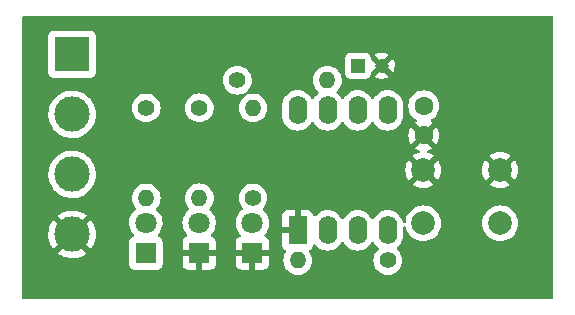
<source format=gbr>
%TF.GenerationSoftware,KiCad,Pcbnew,(6.0.7)*%
%TF.CreationDate,2022-12-22T14:47:10-06:00*%
%TF.ProjectId,Proyecto_1,50726f79-6563-4746-9f5f-312e6b696361,rev?*%
%TF.SameCoordinates,Original*%
%TF.FileFunction,Copper,L2,Bot*%
%TF.FilePolarity,Positive*%
%FSLAX46Y46*%
G04 Gerber Fmt 4.6, Leading zero omitted, Abs format (unit mm)*
G04 Created by KiCad (PCBNEW (6.0.7)) date 2022-12-22 14:47:10*
%MOMM*%
%LPD*%
G01*
G04 APERTURE LIST*
%TA.AperFunction,ComponentPad*%
%ADD10C,2.000000*%
%TD*%
%TA.AperFunction,ComponentPad*%
%ADD11C,1.600000*%
%TD*%
%TA.AperFunction,ComponentPad*%
%ADD12C,1.400000*%
%TD*%
%TA.AperFunction,ComponentPad*%
%ADD13O,1.400000X1.400000*%
%TD*%
%TA.AperFunction,ComponentPad*%
%ADD14R,1.800000X1.800000*%
%TD*%
%TA.AperFunction,ComponentPad*%
%ADD15C,1.800000*%
%TD*%
%TA.AperFunction,ComponentPad*%
%ADD16R,3.000000X3.000000*%
%TD*%
%TA.AperFunction,ComponentPad*%
%ADD17C,3.000000*%
%TD*%
%TA.AperFunction,ComponentPad*%
%ADD18R,1.600000X2.400000*%
%TD*%
%TA.AperFunction,ComponentPad*%
%ADD19O,1.600000X2.400000*%
%TD*%
%TA.AperFunction,ComponentPad*%
%ADD20R,1.200000X1.200000*%
%TD*%
%TA.AperFunction,ComponentPad*%
%ADD21C,1.200000*%
%TD*%
G04 APERTURE END LIST*
D10*
%TO.P,SW1,1,1*%
%TO.N,GND*%
X158990000Y-100560000D03*
X152490000Y-100560000D03*
%TO.P,SW1,2,2*%
%TO.N,Net-(R2-Pad2)*%
X152490000Y-105060000D03*
X158990000Y-105060000D03*
%TD*%
D11*
%TO.P,C1,1*%
%TO.N,Net-(U1-Pad5)*%
X152530000Y-95120000D03*
%TO.P,C1,2*%
%TO.N,GND*%
X152530000Y-97620000D03*
%TD*%
D12*
%TO.P,R1,1*%
%TO.N,+3.3V*%
X129030000Y-95290000D03*
D13*
%TO.P,R1,2*%
%TO.N,Net-(D1-Pad2)*%
X129030000Y-102910000D03*
%TD*%
D12*
%TO.P,R4,1*%
%TO.N,Net-(D2-Pad2)*%
X138070000Y-102910000D03*
D13*
%TO.P,R4,2*%
%TO.N,/OUT*%
X138070000Y-95290000D03*
%TD*%
D14*
%TO.P,D3,1,K*%
%TO.N,GND*%
X133510000Y-107575000D03*
D15*
%TO.P,D3,2,A*%
%TO.N,Net-(D3-Pad2)*%
X133510000Y-105035000D03*
%TD*%
D16*
%TO.P,J1,1,Pin_1*%
%TO.N,+5V*%
X122750000Y-90750000D03*
D17*
%TO.P,J1,2,Pin_2*%
%TO.N,+3.3V*%
X122750000Y-95830000D03*
%TO.P,J1,3,Pin_3*%
%TO.N,GNDA*%
X122750000Y-100910000D03*
%TO.P,J1,4,Pin_4*%
%TO.N,GND*%
X122750000Y-105990000D03*
%TD*%
D18*
%TO.P,U1,1,GND*%
%TO.N,GND*%
X141840000Y-105660000D03*
D19*
%TO.P,U1,2,TR*%
%TO.N,Net-(R2-Pad2)*%
X144380000Y-105660000D03*
%TO.P,U1,3,Q*%
%TO.N,/OUT*%
X146920000Y-105660000D03*
%TO.P,U1,4,R*%
%TO.N,+5V*%
X149460000Y-105660000D03*
%TO.P,U1,5,CV*%
%TO.N,Net-(U1-Pad5)*%
X149460000Y-95500000D03*
%TO.P,U1,6,THR*%
%TO.N,Net-(C2-Pad1)*%
X146920000Y-95500000D03*
%TO.P,U1,7,DIS*%
X144380000Y-95500000D03*
%TO.P,U1,8,VCC*%
%TO.N,+5V*%
X141840000Y-95500000D03*
%TD*%
D12*
%TO.P,R3,1*%
%TO.N,+5V*%
X136750000Y-92955000D03*
D13*
%TO.P,R3,2*%
%TO.N,Net-(C2-Pad1)*%
X144370000Y-92955000D03*
%TD*%
D14*
%TO.P,D1,1,K*%
%TO.N,GNDA*%
X129000000Y-107575000D03*
D15*
%TO.P,D1,2,A*%
%TO.N,Net-(D1-Pad2)*%
X129000000Y-105035000D03*
%TD*%
D20*
%TO.P,C2,1*%
%TO.N,Net-(C2-Pad1)*%
X146957401Y-91715000D03*
D21*
%TO.P,C2,2*%
%TO.N,GND*%
X148957401Y-91715000D03*
%TD*%
D12*
%TO.P,R5,1*%
%TO.N,+5V*%
X133530000Y-95285000D03*
D13*
%TO.P,R5,2*%
%TO.N,Net-(D3-Pad2)*%
X133530000Y-102905000D03*
%TD*%
D14*
%TO.P,D2,1,K*%
%TO.N,GND*%
X138020000Y-107570000D03*
D15*
%TO.P,D2,2,A*%
%TO.N,Net-(D2-Pad2)*%
X138020000Y-105030000D03*
%TD*%
D12*
%TO.P,R2,1*%
%TO.N,+5V*%
X149480000Y-108210000D03*
D13*
%TO.P,R2,2*%
%TO.N,Net-(R2-Pad2)*%
X141860000Y-108210000D03*
%TD*%
%TA.AperFunction,Conductor*%
%TO.N,GND*%
G36*
X163433621Y-87528502D02*
G01*
X163480114Y-87582158D01*
X163491500Y-87634500D01*
X163491500Y-111365500D01*
X163471498Y-111433621D01*
X163417842Y-111480114D01*
X163365500Y-111491500D01*
X118634500Y-111491500D01*
X118566379Y-111471498D01*
X118519886Y-111417842D01*
X118508500Y-111365500D01*
X118508500Y-107579654D01*
X121525618Y-107579654D01*
X121532673Y-107589627D01*
X121563679Y-107615551D01*
X121570598Y-107620579D01*
X121795272Y-107761515D01*
X121802807Y-107765556D01*
X122044520Y-107874694D01*
X122052551Y-107877680D01*
X122306832Y-107953002D01*
X122315184Y-107954869D01*
X122577340Y-107994984D01*
X122585874Y-107995700D01*
X122851045Y-107999867D01*
X122859596Y-107999418D01*
X123122883Y-107967557D01*
X123131284Y-107965955D01*
X123387824Y-107898653D01*
X123395926Y-107895926D01*
X123640949Y-107794434D01*
X123648617Y-107790628D01*
X123877598Y-107656822D01*
X123884679Y-107652009D01*
X123964655Y-107589301D01*
X123973125Y-107577442D01*
X123966608Y-107565818D01*
X122762812Y-106362022D01*
X122748868Y-106354408D01*
X122747035Y-106354539D01*
X122740420Y-106358790D01*
X121532910Y-107566300D01*
X121525618Y-107579654D01*
X118508500Y-107579654D01*
X118508500Y-105973204D01*
X120737665Y-105973204D01*
X120752932Y-106237969D01*
X120754005Y-106246470D01*
X120805065Y-106506722D01*
X120807276Y-106514974D01*
X120893184Y-106765894D01*
X120896499Y-106773779D01*
X121015664Y-107010713D01*
X121020020Y-107018079D01*
X121149347Y-107206250D01*
X121159601Y-107214594D01*
X121173342Y-107207448D01*
X122377978Y-106002812D01*
X122384356Y-105991132D01*
X123114408Y-105991132D01*
X123114539Y-105992965D01*
X123118790Y-105999580D01*
X124325730Y-107206520D01*
X124337939Y-107213187D01*
X124349439Y-107204497D01*
X124446831Y-107071913D01*
X124451418Y-107064685D01*
X124577962Y-106831621D01*
X124581530Y-106823827D01*
X124675271Y-106575750D01*
X124677748Y-106567544D01*
X124736954Y-106309038D01*
X124738294Y-106300577D01*
X124762031Y-106034616D01*
X124762277Y-106029677D01*
X124762666Y-105992485D01*
X124762523Y-105987519D01*
X124744362Y-105721123D01*
X124743201Y-105712649D01*
X124689419Y-105452944D01*
X124687120Y-105444709D01*
X124598588Y-105194705D01*
X124595191Y-105186854D01*
X124498991Y-105000469D01*
X127587095Y-105000469D01*
X127587392Y-105005622D01*
X127587392Y-105005625D01*
X127592970Y-105102359D01*
X127600427Y-105231697D01*
X127601564Y-105236743D01*
X127601565Y-105236749D01*
X127626588Y-105347783D01*
X127651346Y-105457642D01*
X127653288Y-105462424D01*
X127653289Y-105462428D01*
X127717764Y-105621210D01*
X127738484Y-105672237D01*
X127859501Y-105869719D01*
X127862882Y-105873622D01*
X127971304Y-105998788D01*
X128000786Y-106063373D01*
X127990671Y-106133646D01*
X127944170Y-106187294D01*
X127920296Y-106199267D01*
X127873861Y-106216675D01*
X127853295Y-106224385D01*
X127736739Y-106311739D01*
X127649385Y-106428295D01*
X127598255Y-106564684D01*
X127591500Y-106626866D01*
X127591500Y-108523134D01*
X127598255Y-108585316D01*
X127649385Y-108721705D01*
X127736739Y-108838261D01*
X127853295Y-108925615D01*
X127989684Y-108976745D01*
X128051866Y-108983500D01*
X129948134Y-108983500D01*
X130010316Y-108976745D01*
X130146705Y-108925615D01*
X130263261Y-108838261D01*
X130350615Y-108721705D01*
X130401745Y-108585316D01*
X130408500Y-108523134D01*
X130408500Y-108519669D01*
X132102001Y-108519669D01*
X132102371Y-108526490D01*
X132107895Y-108577352D01*
X132111521Y-108592604D01*
X132156676Y-108713054D01*
X132165214Y-108728649D01*
X132241715Y-108830724D01*
X132254276Y-108843285D01*
X132356351Y-108919786D01*
X132371946Y-108928324D01*
X132492394Y-108973478D01*
X132507649Y-108977105D01*
X132558514Y-108982631D01*
X132565328Y-108983000D01*
X133237885Y-108983000D01*
X133253124Y-108978525D01*
X133254329Y-108977135D01*
X133256000Y-108969452D01*
X133256000Y-108964884D01*
X133764000Y-108964884D01*
X133768475Y-108980123D01*
X133769865Y-108981328D01*
X133777548Y-108982999D01*
X134454669Y-108982999D01*
X134461490Y-108982629D01*
X134512352Y-108977105D01*
X134527604Y-108973479D01*
X134648054Y-108928324D01*
X134663649Y-108919786D01*
X134765724Y-108843285D01*
X134778285Y-108830724D01*
X134854786Y-108728649D01*
X134863324Y-108713054D01*
X134908478Y-108592606D01*
X134912105Y-108577351D01*
X134917631Y-108526486D01*
X134918000Y-108519672D01*
X134918000Y-108514669D01*
X136612001Y-108514669D01*
X136612371Y-108521490D01*
X136617895Y-108572352D01*
X136621521Y-108587604D01*
X136666676Y-108708054D01*
X136675214Y-108723649D01*
X136751715Y-108825724D01*
X136764276Y-108838285D01*
X136866351Y-108914786D01*
X136881946Y-108923324D01*
X137002394Y-108968478D01*
X137017649Y-108972105D01*
X137068514Y-108977631D01*
X137075328Y-108978000D01*
X137747885Y-108978000D01*
X137763124Y-108973525D01*
X137764329Y-108972135D01*
X137766000Y-108964452D01*
X137766000Y-108959884D01*
X138274000Y-108959884D01*
X138278475Y-108975123D01*
X138279865Y-108976328D01*
X138287548Y-108977999D01*
X138964669Y-108977999D01*
X138971490Y-108977629D01*
X139022352Y-108972105D01*
X139037604Y-108968479D01*
X139158054Y-108923324D01*
X139173649Y-108914786D01*
X139275724Y-108838285D01*
X139288285Y-108825724D01*
X139364786Y-108723649D01*
X139373324Y-108708054D01*
X139418478Y-108587606D01*
X139422105Y-108572351D01*
X139427631Y-108521486D01*
X139428000Y-108514672D01*
X139428000Y-107842115D01*
X139423525Y-107826876D01*
X139422135Y-107825671D01*
X139414452Y-107824000D01*
X138292115Y-107824000D01*
X138276876Y-107828475D01*
X138275671Y-107829865D01*
X138274000Y-107837548D01*
X138274000Y-108959884D01*
X137766000Y-108959884D01*
X137766000Y-107842115D01*
X137761525Y-107826876D01*
X137760135Y-107825671D01*
X137752452Y-107824000D01*
X136630116Y-107824000D01*
X136614877Y-107828475D01*
X136613672Y-107829865D01*
X136612001Y-107837548D01*
X136612001Y-108514669D01*
X134918000Y-108514669D01*
X134918000Y-107847115D01*
X134913525Y-107831876D01*
X134912135Y-107830671D01*
X134904452Y-107829000D01*
X133782115Y-107829000D01*
X133766876Y-107833475D01*
X133765671Y-107834865D01*
X133764000Y-107842548D01*
X133764000Y-108964884D01*
X133256000Y-108964884D01*
X133256000Y-107847115D01*
X133251525Y-107831876D01*
X133250135Y-107830671D01*
X133242452Y-107829000D01*
X132120116Y-107829000D01*
X132104877Y-107833475D01*
X132103672Y-107834865D01*
X132102001Y-107842548D01*
X132102001Y-108519669D01*
X130408500Y-108519669D01*
X130408500Y-106626866D01*
X130401745Y-106564684D01*
X130350615Y-106428295D01*
X130263261Y-106311739D01*
X130146705Y-106224385D01*
X130138296Y-106221233D01*
X130138295Y-106221232D01*
X130079804Y-106199305D01*
X130023039Y-106156664D01*
X129998339Y-106090103D01*
X130013546Y-106020754D01*
X130035093Y-105992073D01*
X130072636Y-105954660D01*
X130072641Y-105954654D01*
X130076303Y-105951005D01*
X130211458Y-105762917D01*
X130217258Y-105751183D01*
X130311784Y-105559922D01*
X130311785Y-105559920D01*
X130314078Y-105555280D01*
X130381408Y-105333671D01*
X130411640Y-105104041D01*
X130412596Y-105064930D01*
X130413245Y-105038365D01*
X130413245Y-105038361D01*
X130413327Y-105035000D01*
X130410488Y-105000469D01*
X132097095Y-105000469D01*
X132097392Y-105005622D01*
X132097392Y-105005625D01*
X132102970Y-105102359D01*
X132110427Y-105231697D01*
X132111564Y-105236743D01*
X132111565Y-105236749D01*
X132136588Y-105347783D01*
X132161346Y-105457642D01*
X132163288Y-105462424D01*
X132163289Y-105462428D01*
X132227764Y-105621210D01*
X132248484Y-105672237D01*
X132369501Y-105869719D01*
X132372882Y-105873622D01*
X132481653Y-105999191D01*
X132511135Y-106063776D01*
X132501020Y-106134049D01*
X132454519Y-106187697D01*
X132430646Y-106199670D01*
X132371944Y-106221677D01*
X132356351Y-106230214D01*
X132254276Y-106306715D01*
X132241715Y-106319276D01*
X132165214Y-106421351D01*
X132156676Y-106436946D01*
X132111522Y-106557394D01*
X132107895Y-106572649D01*
X132102369Y-106623514D01*
X132102000Y-106630328D01*
X132102000Y-107302885D01*
X132106475Y-107318124D01*
X132107865Y-107319329D01*
X132115548Y-107321000D01*
X134899884Y-107321000D01*
X134915123Y-107316525D01*
X134916328Y-107315135D01*
X134917999Y-107307452D01*
X134917999Y-106630331D01*
X134917629Y-106623510D01*
X134912105Y-106572648D01*
X134908479Y-106557396D01*
X134863324Y-106436946D01*
X134854786Y-106421351D01*
X134778285Y-106319276D01*
X134765724Y-106306715D01*
X134663649Y-106230214D01*
X134648052Y-106221675D01*
X134589415Y-106199693D01*
X134532650Y-106157052D01*
X134507950Y-106090490D01*
X134523157Y-106021141D01*
X134544703Y-105992461D01*
X134582641Y-105954654D01*
X134586303Y-105951005D01*
X134721458Y-105762917D01*
X134727258Y-105751183D01*
X134821784Y-105559922D01*
X134821785Y-105559920D01*
X134824078Y-105555280D01*
X134891408Y-105333671D01*
X134921640Y-105104041D01*
X134922596Y-105064930D01*
X134923245Y-105038365D01*
X134923245Y-105038361D01*
X134923327Y-105035000D01*
X134920077Y-104995469D01*
X136607095Y-104995469D01*
X136607392Y-105000622D01*
X136607392Y-105000625D01*
X136613067Y-105099041D01*
X136620427Y-105226697D01*
X136621564Y-105231743D01*
X136621565Y-105231749D01*
X136644535Y-105333671D01*
X136671346Y-105452642D01*
X136673288Y-105457424D01*
X136673289Y-105457428D01*
X136756540Y-105662450D01*
X136758484Y-105667237D01*
X136879501Y-105864719D01*
X136882882Y-105868622D01*
X136991653Y-105994191D01*
X137021135Y-106058776D01*
X137011020Y-106129049D01*
X136964519Y-106182697D01*
X136940646Y-106194670D01*
X136881944Y-106216677D01*
X136866351Y-106225214D01*
X136764276Y-106301715D01*
X136751715Y-106314276D01*
X136675214Y-106416351D01*
X136666676Y-106431946D01*
X136621522Y-106552394D01*
X136617895Y-106567649D01*
X136612369Y-106618514D01*
X136612000Y-106625328D01*
X136612000Y-107297885D01*
X136616475Y-107313124D01*
X136617865Y-107314329D01*
X136625548Y-107316000D01*
X139409884Y-107316000D01*
X139425123Y-107311525D01*
X139426328Y-107310135D01*
X139427999Y-107302452D01*
X139427999Y-106904669D01*
X140532001Y-106904669D01*
X140532371Y-106911490D01*
X140537895Y-106962352D01*
X140541521Y-106977604D01*
X140586676Y-107098054D01*
X140595214Y-107113649D01*
X140671715Y-107215724D01*
X140684276Y-107228285D01*
X140786351Y-107304786D01*
X140801948Y-107313325D01*
X140816526Y-107318790D01*
X140873291Y-107361431D01*
X140897991Y-107427992D01*
X140882784Y-107497341D01*
X140875510Y-107509042D01*
X140809411Y-107603442D01*
X140720044Y-107795090D01*
X140718622Y-107800398D01*
X140718621Y-107800400D01*
X140666738Y-107994030D01*
X140665314Y-107999345D01*
X140646884Y-108210000D01*
X140665314Y-108420655D01*
X140666738Y-108425968D01*
X140666738Y-108425970D01*
X140711388Y-108592604D01*
X140720044Y-108624910D01*
X140722366Y-108629891D01*
X140722367Y-108629892D01*
X140761260Y-108713297D01*
X140809411Y-108816558D01*
X140930699Y-108989776D01*
X141080224Y-109139301D01*
X141253442Y-109260589D01*
X141258420Y-109262910D01*
X141258423Y-109262912D01*
X141440108Y-109347633D01*
X141445090Y-109349956D01*
X141450398Y-109351378D01*
X141450400Y-109351379D01*
X141644030Y-109403262D01*
X141644032Y-109403262D01*
X141649345Y-109404686D01*
X141860000Y-109423116D01*
X142070655Y-109404686D01*
X142075968Y-109403262D01*
X142075970Y-109403262D01*
X142269600Y-109351379D01*
X142269602Y-109351378D01*
X142274910Y-109349956D01*
X142279892Y-109347633D01*
X142461577Y-109262912D01*
X142461580Y-109262910D01*
X142466558Y-109260589D01*
X142639776Y-109139301D01*
X142789301Y-108989776D01*
X142910589Y-108816558D01*
X142958741Y-108713297D01*
X142997633Y-108629892D01*
X142997634Y-108629891D01*
X142999956Y-108624910D01*
X143008613Y-108592604D01*
X143053262Y-108425970D01*
X143053262Y-108425968D01*
X143054686Y-108420655D01*
X143073116Y-108210000D01*
X143054686Y-107999345D01*
X143053262Y-107994030D01*
X143001379Y-107800400D01*
X143001378Y-107800398D01*
X142999956Y-107795090D01*
X142910589Y-107603442D01*
X142835414Y-107496080D01*
X142812726Y-107428806D01*
X142830011Y-107359946D01*
X142878116Y-107313291D01*
X142893646Y-107304788D01*
X142995724Y-107228285D01*
X143008285Y-107215724D01*
X143084786Y-107113649D01*
X143093324Y-107098054D01*
X143138478Y-106977606D01*
X143142104Y-106962357D01*
X143142479Y-106958904D01*
X143143522Y-106956394D01*
X143143932Y-106954669D01*
X143144211Y-106954735D01*
X143169719Y-106893341D01*
X143228080Y-106852912D01*
X143299034Y-106850454D01*
X143360054Y-106886747D01*
X143369344Y-106898240D01*
X143370641Y-106899786D01*
X143373802Y-106904300D01*
X143535700Y-107066198D01*
X143540208Y-107069355D01*
X143540211Y-107069357D01*
X143581195Y-107098054D01*
X143723251Y-107197523D01*
X143728233Y-107199846D01*
X143728238Y-107199849D01*
X143925775Y-107291961D01*
X143930757Y-107294284D01*
X143936065Y-107295706D01*
X143936067Y-107295707D01*
X144146598Y-107352119D01*
X144146600Y-107352119D01*
X144151913Y-107353543D01*
X144380000Y-107373498D01*
X144608087Y-107353543D01*
X144613400Y-107352119D01*
X144613402Y-107352119D01*
X144823933Y-107295707D01*
X144823935Y-107295706D01*
X144829243Y-107294284D01*
X144834225Y-107291961D01*
X145031762Y-107199849D01*
X145031767Y-107199846D01*
X145036749Y-107197523D01*
X145178805Y-107098054D01*
X145219789Y-107069357D01*
X145219792Y-107069355D01*
X145224300Y-107066198D01*
X145386198Y-106904300D01*
X145390442Y-106898240D01*
X145514366Y-106721257D01*
X145517523Y-106716749D01*
X145519846Y-106711767D01*
X145519849Y-106711762D01*
X145535805Y-106677543D01*
X145582722Y-106624258D01*
X145650999Y-106604797D01*
X145718959Y-106625339D01*
X145764195Y-106677543D01*
X145780151Y-106711762D01*
X145780154Y-106711767D01*
X145782477Y-106716749D01*
X145785634Y-106721257D01*
X145909559Y-106898240D01*
X145913802Y-106904300D01*
X146075700Y-107066198D01*
X146080208Y-107069355D01*
X146080211Y-107069357D01*
X146121195Y-107098054D01*
X146263251Y-107197523D01*
X146268233Y-107199846D01*
X146268238Y-107199849D01*
X146465775Y-107291961D01*
X146470757Y-107294284D01*
X146476065Y-107295706D01*
X146476067Y-107295707D01*
X146686598Y-107352119D01*
X146686600Y-107352119D01*
X146691913Y-107353543D01*
X146920000Y-107373498D01*
X147148087Y-107353543D01*
X147153400Y-107352119D01*
X147153402Y-107352119D01*
X147363933Y-107295707D01*
X147363935Y-107295706D01*
X147369243Y-107294284D01*
X147374225Y-107291961D01*
X147571762Y-107199849D01*
X147571767Y-107199846D01*
X147576749Y-107197523D01*
X147718805Y-107098054D01*
X147759789Y-107069357D01*
X147759792Y-107069355D01*
X147764300Y-107066198D01*
X147926198Y-106904300D01*
X147930442Y-106898240D01*
X148054366Y-106721257D01*
X148057523Y-106716749D01*
X148059846Y-106711767D01*
X148059849Y-106711762D01*
X148075805Y-106677543D01*
X148122722Y-106624258D01*
X148190999Y-106604797D01*
X148258959Y-106625339D01*
X148304195Y-106677543D01*
X148320151Y-106711762D01*
X148320154Y-106711767D01*
X148322477Y-106716749D01*
X148325634Y-106721257D01*
X148449559Y-106898240D01*
X148453802Y-106904300D01*
X148615700Y-107066198D01*
X148620210Y-107069356D01*
X148620216Y-107069361D01*
X148668571Y-107103219D01*
X148712900Y-107158675D01*
X148720209Y-107229295D01*
X148685396Y-107295527D01*
X148550699Y-107430224D01*
X148429411Y-107603442D01*
X148340044Y-107795090D01*
X148338622Y-107800398D01*
X148338621Y-107800400D01*
X148286738Y-107994030D01*
X148285314Y-107999345D01*
X148266884Y-108210000D01*
X148285314Y-108420655D01*
X148286738Y-108425968D01*
X148286738Y-108425970D01*
X148331388Y-108592604D01*
X148340044Y-108624910D01*
X148342366Y-108629891D01*
X148342367Y-108629892D01*
X148381260Y-108713297D01*
X148429411Y-108816558D01*
X148550699Y-108989776D01*
X148700224Y-109139301D01*
X148873442Y-109260589D01*
X148878420Y-109262910D01*
X148878423Y-109262912D01*
X149060108Y-109347633D01*
X149065090Y-109349956D01*
X149070398Y-109351378D01*
X149070400Y-109351379D01*
X149264030Y-109403262D01*
X149264032Y-109403262D01*
X149269345Y-109404686D01*
X149480000Y-109423116D01*
X149690655Y-109404686D01*
X149695968Y-109403262D01*
X149695970Y-109403262D01*
X149889600Y-109351379D01*
X149889602Y-109351378D01*
X149894910Y-109349956D01*
X149899892Y-109347633D01*
X150081577Y-109262912D01*
X150081580Y-109262910D01*
X150086558Y-109260589D01*
X150259776Y-109139301D01*
X150409301Y-108989776D01*
X150530589Y-108816558D01*
X150578741Y-108713297D01*
X150617633Y-108629892D01*
X150617634Y-108629891D01*
X150619956Y-108624910D01*
X150628613Y-108592604D01*
X150673262Y-108425970D01*
X150673262Y-108425968D01*
X150674686Y-108420655D01*
X150693116Y-108210000D01*
X150674686Y-107999345D01*
X150673262Y-107994030D01*
X150621379Y-107800400D01*
X150621378Y-107800398D01*
X150619956Y-107795090D01*
X150530589Y-107603442D01*
X150409301Y-107430224D01*
X150259776Y-107280699D01*
X150261191Y-107279284D01*
X150226732Y-107227477D01*
X150225614Y-107156489D01*
X150263052Y-107096166D01*
X150274783Y-107086866D01*
X150299789Y-107069357D01*
X150299792Y-107069355D01*
X150304300Y-107066198D01*
X150466198Y-106904300D01*
X150470442Y-106898240D01*
X150594366Y-106721257D01*
X150597523Y-106716749D01*
X150599846Y-106711767D01*
X150599849Y-106711762D01*
X150691961Y-106514225D01*
X150691961Y-106514224D01*
X150694284Y-106509243D01*
X150697001Y-106499105D01*
X150752119Y-106293402D01*
X150752119Y-106293400D01*
X150753543Y-106288087D01*
X150762763Y-106182697D01*
X150768262Y-106119851D01*
X150768262Y-106119844D01*
X150768500Y-106117127D01*
X150768500Y-105415904D01*
X150788502Y-105347783D01*
X150842158Y-105301290D01*
X150912432Y-105291186D01*
X150977012Y-105320680D01*
X151017019Y-105386490D01*
X151050895Y-105527594D01*
X151052788Y-105532165D01*
X151052789Y-105532167D01*
X151131057Y-105721123D01*
X151141760Y-105746963D01*
X151144346Y-105751183D01*
X151263241Y-105945202D01*
X151263245Y-105945208D01*
X151265824Y-105949416D01*
X151420031Y-106129969D01*
X151600584Y-106284176D01*
X151604792Y-106286755D01*
X151604798Y-106286759D01*
X151776877Y-106392209D01*
X151803037Y-106408240D01*
X151807607Y-106410133D01*
X151807611Y-106410135D01*
X152017833Y-106497211D01*
X152022406Y-106499105D01*
X152088505Y-106514974D01*
X152248476Y-106553380D01*
X152248482Y-106553381D01*
X152253289Y-106554535D01*
X152490000Y-106573165D01*
X152726711Y-106554535D01*
X152731518Y-106553381D01*
X152731524Y-106553380D01*
X152891495Y-106514974D01*
X152957594Y-106499105D01*
X152962167Y-106497211D01*
X153172389Y-106410135D01*
X153172393Y-106410133D01*
X153176963Y-106408240D01*
X153203123Y-106392209D01*
X153375202Y-106286759D01*
X153375208Y-106286755D01*
X153379416Y-106284176D01*
X153559969Y-106129969D01*
X153714176Y-105949416D01*
X153716755Y-105945208D01*
X153716759Y-105945202D01*
X153835654Y-105751183D01*
X153838240Y-105746963D01*
X153848944Y-105721123D01*
X153927211Y-105532167D01*
X153927212Y-105532165D01*
X153929105Y-105527594D01*
X153958988Y-105403124D01*
X153983380Y-105301524D01*
X153983381Y-105301518D01*
X153984535Y-105296711D01*
X154003165Y-105060000D01*
X157476835Y-105060000D01*
X157495465Y-105296711D01*
X157496619Y-105301518D01*
X157496620Y-105301524D01*
X157521012Y-105403124D01*
X157550895Y-105527594D01*
X157552788Y-105532165D01*
X157552789Y-105532167D01*
X157631057Y-105721123D01*
X157641760Y-105746963D01*
X157644346Y-105751183D01*
X157763241Y-105945202D01*
X157763245Y-105945208D01*
X157765824Y-105949416D01*
X157920031Y-106129969D01*
X158100584Y-106284176D01*
X158104792Y-106286755D01*
X158104798Y-106286759D01*
X158276877Y-106392209D01*
X158303037Y-106408240D01*
X158307607Y-106410133D01*
X158307611Y-106410135D01*
X158517833Y-106497211D01*
X158522406Y-106499105D01*
X158588505Y-106514974D01*
X158748476Y-106553380D01*
X158748482Y-106553381D01*
X158753289Y-106554535D01*
X158990000Y-106573165D01*
X159226711Y-106554535D01*
X159231518Y-106553381D01*
X159231524Y-106553380D01*
X159391495Y-106514974D01*
X159457594Y-106499105D01*
X159462167Y-106497211D01*
X159672389Y-106410135D01*
X159672393Y-106410133D01*
X159676963Y-106408240D01*
X159703123Y-106392209D01*
X159875202Y-106286759D01*
X159875208Y-106286755D01*
X159879416Y-106284176D01*
X160059969Y-106129969D01*
X160214176Y-105949416D01*
X160216755Y-105945208D01*
X160216759Y-105945202D01*
X160335654Y-105751183D01*
X160338240Y-105746963D01*
X160348944Y-105721123D01*
X160427211Y-105532167D01*
X160427212Y-105532165D01*
X160429105Y-105527594D01*
X160458988Y-105403124D01*
X160483380Y-105301524D01*
X160483381Y-105301518D01*
X160484535Y-105296711D01*
X160503165Y-105060000D01*
X160484535Y-104823289D01*
X160482802Y-104816067D01*
X160432906Y-104608238D01*
X160429105Y-104592406D01*
X160427211Y-104587833D01*
X160340135Y-104377611D01*
X160340133Y-104377607D01*
X160338240Y-104373037D01*
X160325419Y-104352115D01*
X160216759Y-104174798D01*
X160216755Y-104174792D01*
X160214176Y-104170584D01*
X160059969Y-103990031D01*
X159879416Y-103835824D01*
X159875208Y-103833245D01*
X159875202Y-103833241D01*
X159681183Y-103714346D01*
X159676963Y-103711760D01*
X159672393Y-103709867D01*
X159672389Y-103709865D01*
X159462167Y-103622789D01*
X159462165Y-103622788D01*
X159457594Y-103620895D01*
X159377391Y-103601640D01*
X159231524Y-103566620D01*
X159231518Y-103566619D01*
X159226711Y-103565465D01*
X158990000Y-103546835D01*
X158753289Y-103565465D01*
X158748482Y-103566619D01*
X158748476Y-103566620D01*
X158602609Y-103601640D01*
X158522406Y-103620895D01*
X158517835Y-103622788D01*
X158517833Y-103622789D01*
X158307611Y-103709865D01*
X158307607Y-103709867D01*
X158303037Y-103711760D01*
X158298817Y-103714346D01*
X158104798Y-103833241D01*
X158104792Y-103833245D01*
X158100584Y-103835824D01*
X157920031Y-103990031D01*
X157765824Y-104170584D01*
X157763245Y-104174792D01*
X157763241Y-104174798D01*
X157654581Y-104352115D01*
X157641760Y-104373037D01*
X157639867Y-104377607D01*
X157639865Y-104377611D01*
X157552789Y-104587833D01*
X157550895Y-104592406D01*
X157547094Y-104608238D01*
X157497199Y-104816067D01*
X157495465Y-104823289D01*
X157476835Y-105060000D01*
X154003165Y-105060000D01*
X153984535Y-104823289D01*
X153982802Y-104816067D01*
X153932906Y-104608238D01*
X153929105Y-104592406D01*
X153927211Y-104587833D01*
X153840135Y-104377611D01*
X153840133Y-104377607D01*
X153838240Y-104373037D01*
X153825419Y-104352115D01*
X153716759Y-104174798D01*
X153716755Y-104174792D01*
X153714176Y-104170584D01*
X153559969Y-103990031D01*
X153379416Y-103835824D01*
X153375208Y-103833245D01*
X153375202Y-103833241D01*
X153181183Y-103714346D01*
X153176963Y-103711760D01*
X153172393Y-103709867D01*
X153172389Y-103709865D01*
X152962167Y-103622789D01*
X152962165Y-103622788D01*
X152957594Y-103620895D01*
X152877391Y-103601640D01*
X152731524Y-103566620D01*
X152731518Y-103566619D01*
X152726711Y-103565465D01*
X152490000Y-103546835D01*
X152253289Y-103565465D01*
X152248482Y-103566619D01*
X152248476Y-103566620D01*
X152102609Y-103601640D01*
X152022406Y-103620895D01*
X152017835Y-103622788D01*
X152017833Y-103622789D01*
X151807611Y-103709865D01*
X151807607Y-103709867D01*
X151803037Y-103711760D01*
X151798817Y-103714346D01*
X151604798Y-103833241D01*
X151604792Y-103833245D01*
X151600584Y-103835824D01*
X151420031Y-103990031D01*
X151265824Y-104170584D01*
X151263245Y-104174792D01*
X151263241Y-104174798D01*
X151154581Y-104352115D01*
X151141760Y-104373037D01*
X151139867Y-104377607D01*
X151139865Y-104377611D01*
X151052789Y-104587833D01*
X151050895Y-104592406D01*
X151047094Y-104608238D01*
X150997199Y-104816067D01*
X150995465Y-104823289D01*
X150995077Y-104828223D01*
X150985381Y-104951413D01*
X150960095Y-105017755D01*
X150902957Y-105059894D01*
X150832107Y-105064453D01*
X150770039Y-105029984D01*
X150738062Y-104974138D01*
X150695707Y-104816067D01*
X150695706Y-104816065D01*
X150694284Y-104810757D01*
X150691961Y-104805775D01*
X150599849Y-104608238D01*
X150599846Y-104608233D01*
X150597523Y-104603251D01*
X150524098Y-104498389D01*
X150469357Y-104420211D01*
X150469355Y-104420208D01*
X150466198Y-104415700D01*
X150304300Y-104253802D01*
X150299792Y-104250645D01*
X150299789Y-104250643D01*
X150220318Y-104194997D01*
X150116749Y-104122477D01*
X150111767Y-104120154D01*
X150111762Y-104120151D01*
X149914225Y-104028039D01*
X149914224Y-104028039D01*
X149909243Y-104025716D01*
X149903935Y-104024294D01*
X149903933Y-104024293D01*
X149693402Y-103967881D01*
X149693400Y-103967881D01*
X149688087Y-103966457D01*
X149460000Y-103946502D01*
X149231913Y-103966457D01*
X149226600Y-103967881D01*
X149226598Y-103967881D01*
X149016067Y-104024293D01*
X149016065Y-104024294D01*
X149010757Y-104025716D01*
X149005776Y-104028039D01*
X149005775Y-104028039D01*
X148808238Y-104120151D01*
X148808233Y-104120154D01*
X148803251Y-104122477D01*
X148699682Y-104194997D01*
X148620211Y-104250643D01*
X148620208Y-104250645D01*
X148615700Y-104253802D01*
X148453802Y-104415700D01*
X148450645Y-104420208D01*
X148450643Y-104420211D01*
X148395902Y-104498389D01*
X148322477Y-104603251D01*
X148320154Y-104608233D01*
X148320151Y-104608238D01*
X148304195Y-104642457D01*
X148257278Y-104695742D01*
X148189001Y-104715203D01*
X148121041Y-104694661D01*
X148075805Y-104642457D01*
X148059849Y-104608238D01*
X148059846Y-104608233D01*
X148057523Y-104603251D01*
X147984098Y-104498389D01*
X147929357Y-104420211D01*
X147929355Y-104420208D01*
X147926198Y-104415700D01*
X147764300Y-104253802D01*
X147759792Y-104250645D01*
X147759789Y-104250643D01*
X147680318Y-104194997D01*
X147576749Y-104122477D01*
X147571767Y-104120154D01*
X147571762Y-104120151D01*
X147374225Y-104028039D01*
X147374224Y-104028039D01*
X147369243Y-104025716D01*
X147363935Y-104024294D01*
X147363933Y-104024293D01*
X147153402Y-103967881D01*
X147153400Y-103967881D01*
X147148087Y-103966457D01*
X146920000Y-103946502D01*
X146691913Y-103966457D01*
X146686600Y-103967881D01*
X146686598Y-103967881D01*
X146476067Y-104024293D01*
X146476065Y-104024294D01*
X146470757Y-104025716D01*
X146465776Y-104028039D01*
X146465775Y-104028039D01*
X146268238Y-104120151D01*
X146268233Y-104120154D01*
X146263251Y-104122477D01*
X146159682Y-104194997D01*
X146080211Y-104250643D01*
X146080208Y-104250645D01*
X146075700Y-104253802D01*
X145913802Y-104415700D01*
X145910645Y-104420208D01*
X145910643Y-104420211D01*
X145855902Y-104498389D01*
X145782477Y-104603251D01*
X145780154Y-104608233D01*
X145780151Y-104608238D01*
X145764195Y-104642457D01*
X145717278Y-104695742D01*
X145649001Y-104715203D01*
X145581041Y-104694661D01*
X145535805Y-104642457D01*
X145519849Y-104608238D01*
X145519846Y-104608233D01*
X145517523Y-104603251D01*
X145444098Y-104498389D01*
X145389357Y-104420211D01*
X145389355Y-104420208D01*
X145386198Y-104415700D01*
X145224300Y-104253802D01*
X145219792Y-104250645D01*
X145219789Y-104250643D01*
X145140318Y-104194997D01*
X145036749Y-104122477D01*
X145031767Y-104120154D01*
X145031762Y-104120151D01*
X144834225Y-104028039D01*
X144834224Y-104028039D01*
X144829243Y-104025716D01*
X144823935Y-104024294D01*
X144823933Y-104024293D01*
X144613402Y-103967881D01*
X144613400Y-103967881D01*
X144608087Y-103966457D01*
X144380000Y-103946502D01*
X144151913Y-103966457D01*
X144146600Y-103967881D01*
X144146598Y-103967881D01*
X143936067Y-104024293D01*
X143936065Y-104024294D01*
X143930757Y-104025716D01*
X143925776Y-104028039D01*
X143925775Y-104028039D01*
X143728238Y-104120151D01*
X143728233Y-104120154D01*
X143723251Y-104122477D01*
X143619682Y-104194997D01*
X143540211Y-104250643D01*
X143540208Y-104250645D01*
X143535700Y-104253802D01*
X143373802Y-104415700D01*
X143370643Y-104420211D01*
X143367108Y-104424424D01*
X143366140Y-104423612D01*
X143315506Y-104464090D01*
X143244887Y-104471404D01*
X143181524Y-104439376D01*
X143145536Y-104378177D01*
X143142480Y-104361099D01*
X143142105Y-104357648D01*
X143138479Y-104342396D01*
X143093324Y-104221946D01*
X143084786Y-104206351D01*
X143008285Y-104104276D01*
X142995724Y-104091715D01*
X142893649Y-104015214D01*
X142878054Y-104006676D01*
X142757606Y-103961522D01*
X142742351Y-103957895D01*
X142691486Y-103952369D01*
X142684672Y-103952000D01*
X142112115Y-103952000D01*
X142096876Y-103956475D01*
X142095671Y-103957865D01*
X142094000Y-103965548D01*
X142094000Y-105788000D01*
X142073998Y-105856121D01*
X142020342Y-105902614D01*
X141968000Y-105914000D01*
X140550116Y-105914000D01*
X140534877Y-105918475D01*
X140533672Y-105919865D01*
X140532001Y-105927548D01*
X140532001Y-106904669D01*
X139427999Y-106904669D01*
X139427999Y-106625331D01*
X139427629Y-106618510D01*
X139422105Y-106567648D01*
X139418479Y-106552396D01*
X139373324Y-106431946D01*
X139364786Y-106416351D01*
X139288285Y-106314276D01*
X139275724Y-106301715D01*
X139173649Y-106225214D01*
X139158052Y-106216675D01*
X139099415Y-106194693D01*
X139042650Y-106152052D01*
X139017950Y-106085490D01*
X139033157Y-106016141D01*
X139054703Y-105987461D01*
X139089108Y-105953175D01*
X139096303Y-105946005D01*
X139231458Y-105757917D01*
X139239133Y-105742389D01*
X139331784Y-105554922D01*
X139331785Y-105554920D01*
X139334078Y-105550280D01*
X139383417Y-105387885D01*
X140532000Y-105387885D01*
X140536475Y-105403124D01*
X140537865Y-105404329D01*
X140545548Y-105406000D01*
X141567885Y-105406000D01*
X141583124Y-105401525D01*
X141584329Y-105400135D01*
X141586000Y-105392452D01*
X141586000Y-103970116D01*
X141581525Y-103954877D01*
X141580135Y-103953672D01*
X141572452Y-103952001D01*
X140995331Y-103952001D01*
X140988510Y-103952371D01*
X140937648Y-103957895D01*
X140922396Y-103961521D01*
X140801946Y-104006676D01*
X140786351Y-104015214D01*
X140684276Y-104091715D01*
X140671715Y-104104276D01*
X140595214Y-104206351D01*
X140586676Y-104221946D01*
X140541522Y-104342394D01*
X140537895Y-104357649D01*
X140532369Y-104408514D01*
X140532000Y-104415328D01*
X140532000Y-105387885D01*
X139383417Y-105387885D01*
X139401408Y-105328671D01*
X139431640Y-105099041D01*
X139431722Y-105095691D01*
X139433245Y-105033365D01*
X139433245Y-105033361D01*
X139433327Y-105030000D01*
X139426261Y-104944050D01*
X139414773Y-104804318D01*
X139414772Y-104804312D01*
X139414349Y-104799167D01*
X139366391Y-104608238D01*
X139359184Y-104579544D01*
X139359183Y-104579540D01*
X139357925Y-104574533D01*
X139355866Y-104569797D01*
X139267630Y-104366868D01*
X139267628Y-104366865D01*
X139265570Y-104362131D01*
X139139764Y-104167665D01*
X138983887Y-103996358D01*
X138979836Y-103993159D01*
X138979832Y-103993155D01*
X138932378Y-103955679D01*
X138891315Y-103897762D01*
X138888083Y-103826839D01*
X138921375Y-103767702D01*
X138999301Y-103689776D01*
X139120589Y-103516558D01*
X139125244Y-103506577D01*
X139207633Y-103329892D01*
X139207634Y-103329891D01*
X139209956Y-103324910D01*
X139264686Y-103120655D01*
X139283116Y-102910000D01*
X139264686Y-102699345D01*
X139231967Y-102577237D01*
X139211379Y-102500400D01*
X139211378Y-102500398D01*
X139209956Y-102495090D01*
X139207633Y-102490108D01*
X139122912Y-102308423D01*
X139122910Y-102308420D01*
X139120589Y-102303442D01*
X138999301Y-102130224D01*
X138849776Y-101980699D01*
X138676558Y-101859411D01*
X138671580Y-101857090D01*
X138671577Y-101857088D01*
X138533432Y-101792670D01*
X151622160Y-101792670D01*
X151627887Y-101800320D01*
X151799042Y-101905205D01*
X151807837Y-101909687D01*
X152017988Y-101996734D01*
X152027373Y-101999783D01*
X152248554Y-102052885D01*
X152258301Y-102054428D01*
X152485070Y-102072275D01*
X152494930Y-102072275D01*
X152721699Y-102054428D01*
X152731446Y-102052885D01*
X152952627Y-101999783D01*
X152962012Y-101996734D01*
X153172163Y-101909687D01*
X153180958Y-101905205D01*
X153348445Y-101802568D01*
X153357400Y-101792670D01*
X158122160Y-101792670D01*
X158127887Y-101800320D01*
X158299042Y-101905205D01*
X158307837Y-101909687D01*
X158517988Y-101996734D01*
X158527373Y-101999783D01*
X158748554Y-102052885D01*
X158758301Y-102054428D01*
X158985070Y-102072275D01*
X158994930Y-102072275D01*
X159221699Y-102054428D01*
X159231446Y-102052885D01*
X159452627Y-101999783D01*
X159462012Y-101996734D01*
X159672163Y-101909687D01*
X159680958Y-101905205D01*
X159848445Y-101802568D01*
X159857907Y-101792110D01*
X159854124Y-101783334D01*
X159002812Y-100932022D01*
X158988868Y-100924408D01*
X158987035Y-100924539D01*
X158980420Y-100928790D01*
X158128920Y-101780290D01*
X158122160Y-101792670D01*
X153357400Y-101792670D01*
X153357907Y-101792110D01*
X153354124Y-101783334D01*
X152502812Y-100932022D01*
X152488868Y-100924408D01*
X152487035Y-100924539D01*
X152480420Y-100928790D01*
X151628920Y-101780290D01*
X151622160Y-101792670D01*
X138533432Y-101792670D01*
X138489892Y-101772367D01*
X138489891Y-101772366D01*
X138484910Y-101770044D01*
X138479602Y-101768622D01*
X138479600Y-101768621D01*
X138285970Y-101716738D01*
X138285968Y-101716738D01*
X138280655Y-101715314D01*
X138070000Y-101696884D01*
X137859345Y-101715314D01*
X137854032Y-101716738D01*
X137854030Y-101716738D01*
X137660400Y-101768621D01*
X137660398Y-101768622D01*
X137655090Y-101770044D01*
X137650109Y-101772366D01*
X137650108Y-101772367D01*
X137468423Y-101857088D01*
X137468420Y-101857090D01*
X137463442Y-101859411D01*
X137290224Y-101980699D01*
X137140699Y-102130224D01*
X137019411Y-102303442D01*
X137017090Y-102308420D01*
X137017088Y-102308423D01*
X136932367Y-102490108D01*
X136930044Y-102495090D01*
X136928622Y-102500398D01*
X136928621Y-102500400D01*
X136908033Y-102577237D01*
X136875314Y-102699345D01*
X136856884Y-102910000D01*
X136875314Y-103120655D01*
X136930044Y-103324910D01*
X136932366Y-103329891D01*
X136932367Y-103329892D01*
X137014757Y-103506577D01*
X137019411Y-103516558D01*
X137140699Y-103689776D01*
X137174539Y-103723616D01*
X137208565Y-103785928D01*
X137203500Y-103856743D01*
X137161098Y-103913470D01*
X137081655Y-103973117D01*
X136921639Y-104140564D01*
X136918725Y-104144836D01*
X136918724Y-104144837D01*
X136903725Y-104166825D01*
X136791119Y-104331899D01*
X136693602Y-104541981D01*
X136631707Y-104765169D01*
X136607095Y-104995469D01*
X134920077Y-104995469D01*
X134906327Y-104828223D01*
X134904773Y-104809318D01*
X134904772Y-104809312D01*
X134904349Y-104804167D01*
X134876137Y-104691850D01*
X134849184Y-104584544D01*
X134849183Y-104584540D01*
X134847925Y-104579533D01*
X134843692Y-104569797D01*
X134757630Y-104371868D01*
X134757628Y-104371865D01*
X134755570Y-104367131D01*
X134629764Y-104172665D01*
X134625215Y-104167665D01*
X134556105Y-104091715D01*
X134473887Y-104001358D01*
X134400028Y-103943028D01*
X134358966Y-103885110D01*
X134355734Y-103814187D01*
X134389026Y-103755051D01*
X134459301Y-103684776D01*
X134580589Y-103511558D01*
X134667625Y-103324910D01*
X134667633Y-103324892D01*
X134667634Y-103324891D01*
X134669956Y-103319910D01*
X134724686Y-103115655D01*
X134743116Y-102905000D01*
X134724686Y-102694345D01*
X134692727Y-102575073D01*
X134671379Y-102495400D01*
X134671378Y-102495398D01*
X134669956Y-102490090D01*
X134609232Y-102359867D01*
X134582912Y-102303423D01*
X134582910Y-102303420D01*
X134580589Y-102298442D01*
X134459301Y-102125224D01*
X134309776Y-101975699D01*
X134136558Y-101854411D01*
X134131580Y-101852090D01*
X134131577Y-101852088D01*
X133949892Y-101767367D01*
X133949891Y-101767366D01*
X133944910Y-101765044D01*
X133939602Y-101763622D01*
X133939600Y-101763621D01*
X133745970Y-101711738D01*
X133745968Y-101711738D01*
X133740655Y-101710314D01*
X133530000Y-101691884D01*
X133319345Y-101710314D01*
X133314032Y-101711738D01*
X133314030Y-101711738D01*
X133120400Y-101763621D01*
X133120398Y-101763622D01*
X133115090Y-101765044D01*
X133110109Y-101767366D01*
X133110108Y-101767367D01*
X132928423Y-101852088D01*
X132928420Y-101852090D01*
X132923442Y-101854411D01*
X132750224Y-101975699D01*
X132600699Y-102125224D01*
X132479411Y-102298442D01*
X132477090Y-102303420D01*
X132477088Y-102303423D01*
X132450768Y-102359867D01*
X132390044Y-102490090D01*
X132388622Y-102495398D01*
X132388621Y-102495400D01*
X132367273Y-102575073D01*
X132335314Y-102694345D01*
X132316884Y-102905000D01*
X132335314Y-103115655D01*
X132390044Y-103319910D01*
X132392366Y-103324891D01*
X132392367Y-103324892D01*
X132392376Y-103324910D01*
X132479411Y-103511558D01*
X132600699Y-103684776D01*
X132653115Y-103737192D01*
X132687141Y-103799504D01*
X132682076Y-103870319D01*
X132639674Y-103927047D01*
X132571655Y-103978117D01*
X132550570Y-104000181D01*
X132430685Y-104125634D01*
X132411639Y-104145564D01*
X132408725Y-104149836D01*
X132408724Y-104149837D01*
X132371351Y-104204624D01*
X132281119Y-104336899D01*
X132183602Y-104546981D01*
X132121707Y-104770169D01*
X132097095Y-105000469D01*
X130410488Y-105000469D01*
X130396327Y-104828223D01*
X130394773Y-104809318D01*
X130394772Y-104809312D01*
X130394349Y-104804167D01*
X130366137Y-104691850D01*
X130339184Y-104584544D01*
X130339183Y-104584540D01*
X130337925Y-104579533D01*
X130333692Y-104569797D01*
X130247630Y-104371868D01*
X130247628Y-104371865D01*
X130245570Y-104367131D01*
X130119764Y-104172665D01*
X130115215Y-104167665D01*
X130046105Y-104091715D01*
X129963887Y-104001358D01*
X129898409Y-103949647D01*
X129857347Y-103891729D01*
X129854115Y-103820806D01*
X129887407Y-103761670D01*
X129959301Y-103689776D01*
X130080589Y-103516558D01*
X130085244Y-103506577D01*
X130167633Y-103329892D01*
X130167634Y-103329891D01*
X130169956Y-103324910D01*
X130224686Y-103120655D01*
X130243116Y-102910000D01*
X130224686Y-102699345D01*
X130191967Y-102577237D01*
X130171379Y-102500400D01*
X130171378Y-102500398D01*
X130169956Y-102495090D01*
X130167633Y-102490108D01*
X130082912Y-102308423D01*
X130082910Y-102308420D01*
X130080589Y-102303442D01*
X129959301Y-102130224D01*
X129809776Y-101980699D01*
X129636558Y-101859411D01*
X129631580Y-101857090D01*
X129631577Y-101857088D01*
X129449892Y-101772367D01*
X129449891Y-101772366D01*
X129444910Y-101770044D01*
X129439602Y-101768622D01*
X129439600Y-101768621D01*
X129245970Y-101716738D01*
X129245968Y-101716738D01*
X129240655Y-101715314D01*
X129030000Y-101696884D01*
X128819345Y-101715314D01*
X128814032Y-101716738D01*
X128814030Y-101716738D01*
X128620400Y-101768621D01*
X128620398Y-101768622D01*
X128615090Y-101770044D01*
X128610109Y-101772366D01*
X128610108Y-101772367D01*
X128428423Y-101857088D01*
X128428420Y-101857090D01*
X128423442Y-101859411D01*
X128250224Y-101980699D01*
X128100699Y-102130224D01*
X127979411Y-102303442D01*
X127977090Y-102308420D01*
X127977088Y-102308423D01*
X127892367Y-102490108D01*
X127890044Y-102495090D01*
X127888622Y-102500398D01*
X127888621Y-102500400D01*
X127868033Y-102577237D01*
X127835314Y-102699345D01*
X127816884Y-102910000D01*
X127835314Y-103120655D01*
X127890044Y-103324910D01*
X127892366Y-103329891D01*
X127892367Y-103329892D01*
X127974757Y-103506577D01*
X127979411Y-103516558D01*
X128100699Y-103689776D01*
X128145971Y-103735048D01*
X128179997Y-103797360D01*
X128174932Y-103868175D01*
X128132529Y-103924903D01*
X128077185Y-103966457D01*
X128061655Y-103978117D01*
X128040570Y-104000181D01*
X127920685Y-104125634D01*
X127901639Y-104145564D01*
X127898725Y-104149836D01*
X127898724Y-104149837D01*
X127861351Y-104204624D01*
X127771119Y-104336899D01*
X127673602Y-104546981D01*
X127611707Y-104770169D01*
X127587095Y-105000469D01*
X124498991Y-105000469D01*
X124473550Y-104951178D01*
X124469122Y-104943866D01*
X124350031Y-104774417D01*
X124339509Y-104766037D01*
X124326121Y-104773089D01*
X123122022Y-105977188D01*
X123114408Y-105991132D01*
X122384356Y-105991132D01*
X122385592Y-105988868D01*
X122385461Y-105987035D01*
X122381210Y-105980420D01*
X121173814Y-104773024D01*
X121161804Y-104766466D01*
X121150064Y-104775434D01*
X121041935Y-104925911D01*
X121037418Y-104933196D01*
X120913325Y-105167567D01*
X120909839Y-105175395D01*
X120818700Y-105424446D01*
X120816311Y-105432670D01*
X120759812Y-105691795D01*
X120758563Y-105700250D01*
X120737754Y-105964653D01*
X120737665Y-105973204D01*
X118508500Y-105973204D01*
X118508500Y-104402500D01*
X121526584Y-104402500D01*
X121532980Y-104413770D01*
X122737188Y-105617978D01*
X122751132Y-105625592D01*
X122752965Y-105625461D01*
X122759580Y-105621210D01*
X123966604Y-104414186D01*
X123973795Y-104401017D01*
X123966473Y-104390780D01*
X123919233Y-104352115D01*
X123912261Y-104347160D01*
X123686122Y-104208582D01*
X123678552Y-104204624D01*
X123435704Y-104098022D01*
X123427644Y-104095120D01*
X123172592Y-104022467D01*
X123164214Y-104020685D01*
X122901656Y-103983318D01*
X122893111Y-103982691D01*
X122627908Y-103981302D01*
X122619374Y-103981839D01*
X122356433Y-104016456D01*
X122348035Y-104018149D01*
X122092238Y-104088127D01*
X122084143Y-104090946D01*
X121840199Y-104194997D01*
X121832577Y-104198881D01*
X121605013Y-104335075D01*
X121597981Y-104339962D01*
X121535053Y-104390377D01*
X121526584Y-104402500D01*
X118508500Y-104402500D01*
X118508500Y-100888918D01*
X120736917Y-100888918D01*
X120752682Y-101162320D01*
X120753507Y-101166525D01*
X120753508Y-101166533D01*
X120764127Y-101220657D01*
X120805405Y-101431053D01*
X120806792Y-101435103D01*
X120806793Y-101435108D01*
X120827605Y-101495895D01*
X120894112Y-101690144D01*
X121017160Y-101934799D01*
X121019586Y-101938328D01*
X121019589Y-101938334D01*
X121099379Y-102054428D01*
X121172274Y-102160490D01*
X121175161Y-102163663D01*
X121175162Y-102163664D01*
X121306882Y-102308423D01*
X121356582Y-102363043D01*
X121566675Y-102538707D01*
X121570316Y-102540991D01*
X121795024Y-102681951D01*
X121795028Y-102681953D01*
X121798664Y-102684234D01*
X121866544Y-102714883D01*
X122044345Y-102795164D01*
X122044349Y-102795166D01*
X122048257Y-102796930D01*
X122052377Y-102798150D01*
X122052376Y-102798150D01*
X122306723Y-102873491D01*
X122306727Y-102873492D01*
X122310836Y-102874709D01*
X122315070Y-102875357D01*
X122315075Y-102875358D01*
X122577298Y-102915483D01*
X122577300Y-102915483D01*
X122581540Y-102916132D01*
X122720912Y-102918322D01*
X122851071Y-102920367D01*
X122851077Y-102920367D01*
X122855362Y-102920434D01*
X123127235Y-102887534D01*
X123392127Y-102818041D01*
X123396087Y-102816401D01*
X123396092Y-102816399D01*
X123518632Y-102765641D01*
X123645136Y-102713241D01*
X123881582Y-102575073D01*
X124097089Y-102406094D01*
X124138809Y-102363043D01*
X124284686Y-102212509D01*
X124287669Y-102209431D01*
X124290202Y-102205983D01*
X124290206Y-102205978D01*
X124447257Y-101992178D01*
X124449795Y-101988723D01*
X124455867Y-101977540D01*
X124578418Y-101751830D01*
X124578419Y-101751828D01*
X124580468Y-101748054D01*
X124677269Y-101491877D01*
X124738407Y-101224933D01*
X124762751Y-100952161D01*
X124763193Y-100910000D01*
X124744567Y-100636778D01*
X124729688Y-100564930D01*
X150977725Y-100564930D01*
X150995572Y-100791699D01*
X150997115Y-100801446D01*
X151050217Y-101022627D01*
X151053266Y-101032012D01*
X151140313Y-101242163D01*
X151144795Y-101250958D01*
X151247432Y-101418445D01*
X151257890Y-101427907D01*
X151266666Y-101424124D01*
X152117978Y-100572812D01*
X152124356Y-100561132D01*
X152854408Y-100561132D01*
X152854539Y-100562965D01*
X152858790Y-100569580D01*
X153710290Y-101421080D01*
X153722670Y-101427840D01*
X153730320Y-101422113D01*
X153835205Y-101250958D01*
X153839687Y-101242163D01*
X153926734Y-101032012D01*
X153929783Y-101022627D01*
X153982885Y-100801446D01*
X153984428Y-100791699D01*
X154002275Y-100564930D01*
X157477725Y-100564930D01*
X157495572Y-100791699D01*
X157497115Y-100801446D01*
X157550217Y-101022627D01*
X157553266Y-101032012D01*
X157640313Y-101242163D01*
X157644795Y-101250958D01*
X157747432Y-101418445D01*
X157757890Y-101427907D01*
X157766666Y-101424124D01*
X158617978Y-100572812D01*
X158624356Y-100561132D01*
X159354408Y-100561132D01*
X159354539Y-100562965D01*
X159358790Y-100569580D01*
X160210290Y-101421080D01*
X160222670Y-101427840D01*
X160230320Y-101422113D01*
X160335205Y-101250958D01*
X160339687Y-101242163D01*
X160426734Y-101032012D01*
X160429783Y-101022627D01*
X160482885Y-100801446D01*
X160484428Y-100791699D01*
X160502275Y-100564930D01*
X160502275Y-100555070D01*
X160484428Y-100328301D01*
X160482885Y-100318554D01*
X160429783Y-100097373D01*
X160426734Y-100087988D01*
X160339687Y-99877837D01*
X160335205Y-99869042D01*
X160232568Y-99701555D01*
X160222110Y-99692093D01*
X160213334Y-99695876D01*
X159362022Y-100547188D01*
X159354408Y-100561132D01*
X158624356Y-100561132D01*
X158625592Y-100558868D01*
X158625461Y-100557035D01*
X158621210Y-100550420D01*
X157769710Y-99698920D01*
X157757330Y-99692160D01*
X157749680Y-99697887D01*
X157644795Y-99869042D01*
X157640313Y-99877837D01*
X157553266Y-100087988D01*
X157550217Y-100097373D01*
X157497115Y-100318554D01*
X157495572Y-100328301D01*
X157477725Y-100555070D01*
X157477725Y-100564930D01*
X154002275Y-100564930D01*
X154002275Y-100555070D01*
X153984428Y-100328301D01*
X153982885Y-100318554D01*
X153929783Y-100097373D01*
X153926734Y-100087988D01*
X153839687Y-99877837D01*
X153835205Y-99869042D01*
X153732568Y-99701555D01*
X153722110Y-99692093D01*
X153713334Y-99695876D01*
X152862022Y-100547188D01*
X152854408Y-100561132D01*
X152124356Y-100561132D01*
X152125592Y-100558868D01*
X152125461Y-100557035D01*
X152121210Y-100550420D01*
X151269710Y-99698920D01*
X151257330Y-99692160D01*
X151249680Y-99697887D01*
X151144795Y-99869042D01*
X151140313Y-99877837D01*
X151053266Y-100087988D01*
X151050217Y-100097373D01*
X150997115Y-100318554D01*
X150995572Y-100328301D01*
X150977725Y-100555070D01*
X150977725Y-100564930D01*
X124729688Y-100564930D01*
X124728433Y-100558868D01*
X124689901Y-100372809D01*
X124689032Y-100368612D01*
X124597617Y-100110465D01*
X124472013Y-99867112D01*
X124462040Y-99852921D01*
X124317008Y-99646562D01*
X124314545Y-99643057D01*
X124128125Y-99442445D01*
X124124810Y-99439731D01*
X124124806Y-99439728D01*
X123988167Y-99327890D01*
X151622093Y-99327890D01*
X151625876Y-99336666D01*
X152477188Y-100187978D01*
X152491132Y-100195592D01*
X152492965Y-100195461D01*
X152499580Y-100191210D01*
X153351080Y-99339710D01*
X153357534Y-99327890D01*
X158122093Y-99327890D01*
X158125876Y-99336666D01*
X158977188Y-100187978D01*
X158991132Y-100195592D01*
X158992965Y-100195461D01*
X158999580Y-100191210D01*
X159851080Y-99339710D01*
X159857840Y-99327330D01*
X159852113Y-99319680D01*
X159680958Y-99214795D01*
X159672163Y-99210313D01*
X159462012Y-99123266D01*
X159452627Y-99120217D01*
X159231446Y-99067115D01*
X159221699Y-99065572D01*
X158994930Y-99047725D01*
X158985070Y-99047725D01*
X158758301Y-99065572D01*
X158748554Y-99067115D01*
X158527373Y-99120217D01*
X158517988Y-99123266D01*
X158307837Y-99210313D01*
X158299042Y-99214795D01*
X158131555Y-99317432D01*
X158122093Y-99327890D01*
X153357534Y-99327890D01*
X153357840Y-99327330D01*
X153352113Y-99319680D01*
X153180958Y-99214795D01*
X153172163Y-99210313D01*
X152962012Y-99123266D01*
X152952620Y-99120214D01*
X152924604Y-99113488D01*
X152863035Y-99078135D01*
X152830354Y-99015108D01*
X152836935Y-98944417D01*
X152880690Y-98888507D01*
X152921410Y-98869263D01*
X152973759Y-98855237D01*
X152984053Y-98851490D01*
X153181511Y-98759414D01*
X153191006Y-98753931D01*
X153243048Y-98717491D01*
X153251424Y-98707012D01*
X153244356Y-98693566D01*
X152542812Y-97992022D01*
X152528868Y-97984408D01*
X152527035Y-97984539D01*
X152520420Y-97988790D01*
X151814923Y-98694287D01*
X151808493Y-98706062D01*
X151817789Y-98718077D01*
X151868994Y-98753931D01*
X151878489Y-98759414D01*
X152075947Y-98851490D01*
X152086243Y-98855237D01*
X152100783Y-98859133D01*
X152161406Y-98896083D01*
X152192429Y-98959943D01*
X152184002Y-99030438D01*
X152138800Y-99085185D01*
X152097589Y-99103358D01*
X152027383Y-99120214D01*
X152017988Y-99123266D01*
X151807837Y-99210313D01*
X151799042Y-99214795D01*
X151631555Y-99317432D01*
X151622093Y-99327890D01*
X123988167Y-99327890D01*
X123919523Y-99271706D01*
X123916205Y-99268990D01*
X123682704Y-99125901D01*
X123678768Y-99124173D01*
X123435873Y-99017549D01*
X123435869Y-99017548D01*
X123431945Y-99015825D01*
X123168566Y-98940800D01*
X123164324Y-98940196D01*
X123164318Y-98940195D01*
X122963834Y-98911662D01*
X122897443Y-98902213D01*
X122753589Y-98901460D01*
X122627877Y-98900802D01*
X122627871Y-98900802D01*
X122623591Y-98900780D01*
X122619347Y-98901339D01*
X122619343Y-98901339D01*
X122500302Y-98917011D01*
X122352078Y-98936525D01*
X122347938Y-98937658D01*
X122347936Y-98937658D01*
X122275008Y-98957609D01*
X122087928Y-99008788D01*
X122083980Y-99010472D01*
X121839982Y-99114546D01*
X121839978Y-99114548D01*
X121836030Y-99116232D01*
X121816125Y-99128145D01*
X121604725Y-99254664D01*
X121604721Y-99254667D01*
X121601043Y-99256868D01*
X121387318Y-99428094D01*
X121198808Y-99626742D01*
X121039002Y-99849136D01*
X120910857Y-100091161D01*
X120909385Y-100095184D01*
X120909383Y-100095188D01*
X120874244Y-100191210D01*
X120816743Y-100348337D01*
X120758404Y-100615907D01*
X120758068Y-100620177D01*
X120744569Y-100791699D01*
X120736917Y-100888918D01*
X118508500Y-100888918D01*
X118508500Y-95808918D01*
X120736917Y-95808918D01*
X120752682Y-96082320D01*
X120753507Y-96086525D01*
X120753508Y-96086533D01*
X120764127Y-96140657D01*
X120805405Y-96351053D01*
X120806792Y-96355103D01*
X120806793Y-96355108D01*
X120877374Y-96561257D01*
X120894112Y-96610144D01*
X121017160Y-96854799D01*
X121019586Y-96858328D01*
X121019589Y-96858334D01*
X121095297Y-96968489D01*
X121172274Y-97080490D01*
X121175161Y-97083663D01*
X121175162Y-97083664D01*
X121292865Y-97213019D01*
X121356582Y-97283043D01*
X121566675Y-97458707D01*
X121570316Y-97460991D01*
X121795024Y-97601951D01*
X121795028Y-97601953D01*
X121798664Y-97604234D01*
X121866544Y-97634883D01*
X122044345Y-97715164D01*
X122044349Y-97715166D01*
X122048257Y-97716930D01*
X122052377Y-97718150D01*
X122052376Y-97718150D01*
X122306723Y-97793491D01*
X122306727Y-97793492D01*
X122310836Y-97794709D01*
X122315070Y-97795357D01*
X122315075Y-97795358D01*
X122577298Y-97835483D01*
X122577300Y-97835483D01*
X122581540Y-97836132D01*
X122720912Y-97838322D01*
X122851071Y-97840367D01*
X122851077Y-97840367D01*
X122855362Y-97840434D01*
X123127235Y-97807534D01*
X123392127Y-97738041D01*
X123396087Y-97736401D01*
X123396092Y-97736399D01*
X123518631Y-97685641D01*
X123645136Y-97633241D01*
X123658426Y-97625475D01*
X151217483Y-97625475D01*
X151236472Y-97842519D01*
X151238375Y-97853312D01*
X151294764Y-98063761D01*
X151298510Y-98074053D01*
X151390586Y-98271511D01*
X151396069Y-98281006D01*
X151432509Y-98333048D01*
X151442988Y-98341424D01*
X151456434Y-98334356D01*
X152157978Y-97632812D01*
X152164356Y-97621132D01*
X152894408Y-97621132D01*
X152894539Y-97622965D01*
X152898790Y-97629580D01*
X153604287Y-98335077D01*
X153616062Y-98341507D01*
X153628077Y-98332211D01*
X153663931Y-98281006D01*
X153669414Y-98271511D01*
X153761490Y-98074053D01*
X153765236Y-98063761D01*
X153821625Y-97853312D01*
X153823528Y-97842519D01*
X153842517Y-97625475D01*
X153842517Y-97614525D01*
X153823528Y-97397481D01*
X153821625Y-97386688D01*
X153765236Y-97176239D01*
X153761490Y-97165947D01*
X153669414Y-96968489D01*
X153663931Y-96958994D01*
X153627491Y-96906952D01*
X153617012Y-96898576D01*
X153603566Y-96905644D01*
X152902022Y-97607188D01*
X152894408Y-97621132D01*
X152164356Y-97621132D01*
X152165592Y-97618868D01*
X152165461Y-97617035D01*
X152161210Y-97610420D01*
X151455713Y-96904923D01*
X151443938Y-96898493D01*
X151431923Y-96907789D01*
X151396069Y-96958994D01*
X151390586Y-96968489D01*
X151298510Y-97165947D01*
X151294764Y-97176239D01*
X151238375Y-97386688D01*
X151236472Y-97397481D01*
X151217483Y-97614525D01*
X151217483Y-97625475D01*
X123658426Y-97625475D01*
X123881582Y-97495073D01*
X124097089Y-97326094D01*
X124138809Y-97283043D01*
X124284686Y-97132509D01*
X124287669Y-97129431D01*
X124290202Y-97125983D01*
X124290206Y-97125978D01*
X124447257Y-96912178D01*
X124449795Y-96908723D01*
X124453282Y-96902301D01*
X124578418Y-96671830D01*
X124578419Y-96671828D01*
X124580468Y-96668054D01*
X124652184Y-96478262D01*
X124675751Y-96415895D01*
X124675752Y-96415891D01*
X124677269Y-96411877D01*
X124738407Y-96144933D01*
X124739911Y-96128087D01*
X124762531Y-95874627D01*
X124762531Y-95874625D01*
X124762751Y-95872161D01*
X124763193Y-95830000D01*
X124755005Y-95709892D01*
X124744859Y-95561055D01*
X124744858Y-95561049D01*
X124744567Y-95556778D01*
X124689319Y-95290000D01*
X127816884Y-95290000D01*
X127835314Y-95500655D01*
X127836738Y-95505968D01*
X127836738Y-95505970D01*
X127849228Y-95552581D01*
X127890044Y-95704910D01*
X127892366Y-95709891D01*
X127892367Y-95709892D01*
X127974757Y-95886577D01*
X127979411Y-95896558D01*
X128100699Y-96069776D01*
X128250224Y-96219301D01*
X128423442Y-96340589D01*
X128428420Y-96342910D01*
X128428423Y-96342912D01*
X128604367Y-96424956D01*
X128615090Y-96429956D01*
X128620398Y-96431378D01*
X128620400Y-96431379D01*
X128814030Y-96483262D01*
X128814032Y-96483262D01*
X128819345Y-96484686D01*
X129030000Y-96503116D01*
X129240655Y-96484686D01*
X129245968Y-96483262D01*
X129245970Y-96483262D01*
X129439600Y-96431379D01*
X129439602Y-96431378D01*
X129444910Y-96429956D01*
X129455633Y-96424956D01*
X129631577Y-96342912D01*
X129631580Y-96342910D01*
X129636558Y-96340589D01*
X129809776Y-96219301D01*
X129959301Y-96069776D01*
X130080589Y-95896558D01*
X130085244Y-95886577D01*
X130167633Y-95709892D01*
X130167634Y-95709891D01*
X130169956Y-95704910D01*
X130210773Y-95552581D01*
X130223262Y-95505970D01*
X130223262Y-95505968D01*
X130224686Y-95500655D01*
X130243116Y-95290000D01*
X130242679Y-95285000D01*
X132316884Y-95285000D01*
X132335314Y-95495655D01*
X132336738Y-95500968D01*
X132336738Y-95500970D01*
X132347244Y-95540177D01*
X132390044Y-95699910D01*
X132392366Y-95704891D01*
X132392367Y-95704892D01*
X132425875Y-95776749D01*
X132479411Y-95891558D01*
X132600699Y-96064776D01*
X132750224Y-96214301D01*
X132923442Y-96335589D01*
X132928420Y-96337910D01*
X132928423Y-96337912D01*
X133110108Y-96422633D01*
X133115090Y-96424956D01*
X133120398Y-96426378D01*
X133120400Y-96426379D01*
X133314030Y-96478262D01*
X133314032Y-96478262D01*
X133319345Y-96479686D01*
X133530000Y-96498116D01*
X133740655Y-96479686D01*
X133745968Y-96478262D01*
X133745970Y-96478262D01*
X133939600Y-96426379D01*
X133939602Y-96426378D01*
X133944910Y-96424956D01*
X133949892Y-96422633D01*
X134131577Y-96337912D01*
X134131580Y-96337910D01*
X134136558Y-96335589D01*
X134309776Y-96214301D01*
X134459301Y-96064776D01*
X134580589Y-95891558D01*
X134634126Y-95776749D01*
X134667633Y-95704892D01*
X134667634Y-95704891D01*
X134669956Y-95699910D01*
X134712757Y-95540177D01*
X134723262Y-95500970D01*
X134723262Y-95500968D01*
X134724686Y-95495655D01*
X134742679Y-95290000D01*
X136856884Y-95290000D01*
X136875314Y-95500655D01*
X136876738Y-95505968D01*
X136876738Y-95505970D01*
X136889228Y-95552581D01*
X136930044Y-95704910D01*
X136932366Y-95709891D01*
X136932367Y-95709892D01*
X137014757Y-95886577D01*
X137019411Y-95896558D01*
X137140699Y-96069776D01*
X137290224Y-96219301D01*
X137463442Y-96340589D01*
X137468420Y-96342910D01*
X137468423Y-96342912D01*
X137644367Y-96424956D01*
X137655090Y-96429956D01*
X137660398Y-96431378D01*
X137660400Y-96431379D01*
X137854030Y-96483262D01*
X137854032Y-96483262D01*
X137859345Y-96484686D01*
X138070000Y-96503116D01*
X138280655Y-96484686D01*
X138285968Y-96483262D01*
X138285970Y-96483262D01*
X138479600Y-96431379D01*
X138479602Y-96431378D01*
X138484910Y-96429956D01*
X138495633Y-96424956D01*
X138671577Y-96342912D01*
X138671580Y-96342910D01*
X138676558Y-96340589D01*
X138849776Y-96219301D01*
X138999301Y-96069776D01*
X139078178Y-95957127D01*
X140531500Y-95957127D01*
X140531738Y-95959844D01*
X140531738Y-95959851D01*
X140532468Y-95968197D01*
X140546457Y-96128087D01*
X140547881Y-96133400D01*
X140547881Y-96133402D01*
X140604020Y-96342912D01*
X140605716Y-96349243D01*
X140608039Y-96354224D01*
X140608039Y-96354225D01*
X140700151Y-96551762D01*
X140700154Y-96551767D01*
X140702477Y-96556749D01*
X140833802Y-96744300D01*
X140995700Y-96906198D01*
X141000208Y-96909355D01*
X141000211Y-96909357D01*
X141004240Y-96912178D01*
X141183251Y-97037523D01*
X141188233Y-97039846D01*
X141188238Y-97039849D01*
X141385775Y-97131961D01*
X141390757Y-97134284D01*
X141396065Y-97135706D01*
X141396067Y-97135707D01*
X141606598Y-97192119D01*
X141606600Y-97192119D01*
X141611913Y-97193543D01*
X141840000Y-97213498D01*
X142068087Y-97193543D01*
X142073400Y-97192119D01*
X142073402Y-97192119D01*
X142283933Y-97135707D01*
X142283935Y-97135706D01*
X142289243Y-97134284D01*
X142294225Y-97131961D01*
X142491762Y-97039849D01*
X142491767Y-97039846D01*
X142496749Y-97037523D01*
X142675760Y-96912178D01*
X142679789Y-96909357D01*
X142679792Y-96909355D01*
X142684300Y-96906198D01*
X142846198Y-96744300D01*
X142977523Y-96556749D01*
X142979846Y-96551767D01*
X142979849Y-96551762D01*
X142995805Y-96517543D01*
X143042722Y-96464258D01*
X143110999Y-96444797D01*
X143178959Y-96465339D01*
X143224195Y-96517543D01*
X143240151Y-96551762D01*
X143240154Y-96551767D01*
X143242477Y-96556749D01*
X143373802Y-96744300D01*
X143535700Y-96906198D01*
X143540208Y-96909355D01*
X143540211Y-96909357D01*
X143544240Y-96912178D01*
X143723251Y-97037523D01*
X143728233Y-97039846D01*
X143728238Y-97039849D01*
X143925775Y-97131961D01*
X143930757Y-97134284D01*
X143936065Y-97135706D01*
X143936067Y-97135707D01*
X144146598Y-97192119D01*
X144146600Y-97192119D01*
X144151913Y-97193543D01*
X144380000Y-97213498D01*
X144608087Y-97193543D01*
X144613400Y-97192119D01*
X144613402Y-97192119D01*
X144823933Y-97135707D01*
X144823935Y-97135706D01*
X144829243Y-97134284D01*
X144834225Y-97131961D01*
X145031762Y-97039849D01*
X145031767Y-97039846D01*
X145036749Y-97037523D01*
X145215760Y-96912178D01*
X145219789Y-96909357D01*
X145219792Y-96909355D01*
X145224300Y-96906198D01*
X145386198Y-96744300D01*
X145517523Y-96556749D01*
X145519846Y-96551767D01*
X145519849Y-96551762D01*
X145535805Y-96517543D01*
X145582722Y-96464258D01*
X145650999Y-96444797D01*
X145718959Y-96465339D01*
X145764195Y-96517543D01*
X145780151Y-96551762D01*
X145780154Y-96551767D01*
X145782477Y-96556749D01*
X145913802Y-96744300D01*
X146075700Y-96906198D01*
X146080208Y-96909355D01*
X146080211Y-96909357D01*
X146084240Y-96912178D01*
X146263251Y-97037523D01*
X146268233Y-97039846D01*
X146268238Y-97039849D01*
X146465775Y-97131961D01*
X146470757Y-97134284D01*
X146476065Y-97135706D01*
X146476067Y-97135707D01*
X146686598Y-97192119D01*
X146686600Y-97192119D01*
X146691913Y-97193543D01*
X146920000Y-97213498D01*
X147148087Y-97193543D01*
X147153400Y-97192119D01*
X147153402Y-97192119D01*
X147363933Y-97135707D01*
X147363935Y-97135706D01*
X147369243Y-97134284D01*
X147374225Y-97131961D01*
X147571762Y-97039849D01*
X147571767Y-97039846D01*
X147576749Y-97037523D01*
X147755760Y-96912178D01*
X147759789Y-96909357D01*
X147759792Y-96909355D01*
X147764300Y-96906198D01*
X147926198Y-96744300D01*
X148057523Y-96556749D01*
X148059846Y-96551767D01*
X148059849Y-96551762D01*
X148075805Y-96517543D01*
X148122722Y-96464258D01*
X148190999Y-96444797D01*
X148258959Y-96465339D01*
X148304195Y-96517543D01*
X148320151Y-96551762D01*
X148320154Y-96551767D01*
X148322477Y-96556749D01*
X148453802Y-96744300D01*
X148615700Y-96906198D01*
X148620208Y-96909355D01*
X148620211Y-96909357D01*
X148624240Y-96912178D01*
X148803251Y-97037523D01*
X148808233Y-97039846D01*
X148808238Y-97039849D01*
X149005775Y-97131961D01*
X149010757Y-97134284D01*
X149016065Y-97135706D01*
X149016067Y-97135707D01*
X149226598Y-97192119D01*
X149226600Y-97192119D01*
X149231913Y-97193543D01*
X149460000Y-97213498D01*
X149688087Y-97193543D01*
X149693400Y-97192119D01*
X149693402Y-97192119D01*
X149903933Y-97135707D01*
X149903935Y-97135706D01*
X149909243Y-97134284D01*
X149914225Y-97131961D01*
X150111762Y-97039849D01*
X150111767Y-97039846D01*
X150116749Y-97037523D01*
X150295760Y-96912178D01*
X150299789Y-96909357D01*
X150299792Y-96909355D01*
X150304300Y-96906198D01*
X150466198Y-96744300D01*
X150597523Y-96556749D01*
X150599846Y-96551767D01*
X150599849Y-96551762D01*
X150691961Y-96354225D01*
X150691961Y-96354224D01*
X150694284Y-96349243D01*
X150695981Y-96342912D01*
X150752119Y-96133402D01*
X150752119Y-96133400D01*
X150753543Y-96128087D01*
X150767532Y-95968197D01*
X150768262Y-95959851D01*
X150768262Y-95959844D01*
X150768500Y-95957127D01*
X150768500Y-95120000D01*
X151216502Y-95120000D01*
X151236457Y-95348087D01*
X151237881Y-95353400D01*
X151237881Y-95353402D01*
X151286784Y-95535907D01*
X151295716Y-95569243D01*
X151298039Y-95574224D01*
X151298039Y-95574225D01*
X151390151Y-95771762D01*
X151390154Y-95771767D01*
X151392477Y-95776749D01*
X151395634Y-95781257D01*
X151516861Y-95954387D01*
X151523802Y-95964300D01*
X151685700Y-96126198D01*
X151690208Y-96129355D01*
X151690211Y-96129357D01*
X151793876Y-96201944D01*
X151873251Y-96257523D01*
X151878235Y-96259847D01*
X151880528Y-96261171D01*
X151929521Y-96312553D01*
X151942957Y-96382267D01*
X151916571Y-96448178D01*
X151880528Y-96479409D01*
X151868998Y-96486066D01*
X151816952Y-96522509D01*
X151808576Y-96532988D01*
X151815644Y-96546434D01*
X152517188Y-97247978D01*
X152531132Y-97255592D01*
X152532965Y-97255461D01*
X152539580Y-97251210D01*
X153245077Y-96545713D01*
X153251507Y-96533938D01*
X153242211Y-96521923D01*
X153191002Y-96486066D01*
X153179472Y-96479409D01*
X153130479Y-96428027D01*
X153117042Y-96358313D01*
X153143429Y-96292402D01*
X153179472Y-96261171D01*
X153181765Y-96259847D01*
X153186749Y-96257523D01*
X153266124Y-96201944D01*
X153369789Y-96129357D01*
X153369792Y-96129355D01*
X153374300Y-96126198D01*
X153536198Y-95964300D01*
X153543140Y-95954387D01*
X153664366Y-95781257D01*
X153667523Y-95776749D01*
X153669846Y-95771767D01*
X153669849Y-95771762D01*
X153761961Y-95574225D01*
X153761961Y-95574224D01*
X153764284Y-95569243D01*
X153773217Y-95535907D01*
X153822119Y-95353402D01*
X153822119Y-95353400D01*
X153823543Y-95348087D01*
X153843498Y-95120000D01*
X153823543Y-94891913D01*
X153820458Y-94880400D01*
X153765707Y-94676067D01*
X153765706Y-94676065D01*
X153764284Y-94670757D01*
X153752635Y-94645775D01*
X153669849Y-94468238D01*
X153669846Y-94468233D01*
X153667523Y-94463251D01*
X153536198Y-94275700D01*
X153374300Y-94113802D01*
X153369792Y-94110645D01*
X153369789Y-94110643D01*
X153228932Y-94012014D01*
X153186749Y-93982477D01*
X153181767Y-93980154D01*
X153181762Y-93980151D01*
X152984225Y-93888039D01*
X152984224Y-93888039D01*
X152979243Y-93885716D01*
X152973935Y-93884294D01*
X152973933Y-93884293D01*
X152763402Y-93827881D01*
X152763400Y-93827881D01*
X152758087Y-93826457D01*
X152530000Y-93806502D01*
X152301913Y-93826457D01*
X152296600Y-93827881D01*
X152296598Y-93827881D01*
X152086067Y-93884293D01*
X152086065Y-93884294D01*
X152080757Y-93885716D01*
X152075776Y-93888039D01*
X152075775Y-93888039D01*
X151878238Y-93980151D01*
X151878233Y-93980154D01*
X151873251Y-93982477D01*
X151831068Y-94012014D01*
X151690211Y-94110643D01*
X151690208Y-94110645D01*
X151685700Y-94113802D01*
X151523802Y-94275700D01*
X151392477Y-94463251D01*
X151390154Y-94468233D01*
X151390151Y-94468238D01*
X151307365Y-94645775D01*
X151295716Y-94670757D01*
X151294294Y-94676065D01*
X151294293Y-94676067D01*
X151239542Y-94880400D01*
X151236457Y-94891913D01*
X151216502Y-95120000D01*
X150768500Y-95120000D01*
X150768500Y-95042873D01*
X150767415Y-95030465D01*
X150755772Y-94897393D01*
X150753543Y-94871913D01*
X150731841Y-94790919D01*
X150695707Y-94656067D01*
X150695706Y-94656065D01*
X150694284Y-94650757D01*
X150691961Y-94645775D01*
X150599849Y-94448238D01*
X150599846Y-94448233D01*
X150597523Y-94443251D01*
X150480202Y-94275700D01*
X150469357Y-94260211D01*
X150469355Y-94260208D01*
X150466198Y-94255700D01*
X150304300Y-94093802D01*
X150299792Y-94090645D01*
X150299789Y-94090643D01*
X150187495Y-94012014D01*
X150116749Y-93962477D01*
X150111767Y-93960154D01*
X150111762Y-93960151D01*
X149914225Y-93868039D01*
X149914224Y-93868039D01*
X149909243Y-93865716D01*
X149903935Y-93864294D01*
X149903933Y-93864293D01*
X149693402Y-93807881D01*
X149693400Y-93807881D01*
X149688087Y-93806457D01*
X149460000Y-93786502D01*
X149231913Y-93806457D01*
X149226600Y-93807881D01*
X149226598Y-93807881D01*
X149016067Y-93864293D01*
X149016065Y-93864294D01*
X149010757Y-93865716D01*
X149005776Y-93868039D01*
X149005775Y-93868039D01*
X148808238Y-93960151D01*
X148808233Y-93960154D01*
X148803251Y-93962477D01*
X148732505Y-94012014D01*
X148620211Y-94090643D01*
X148620208Y-94090645D01*
X148615700Y-94093802D01*
X148453802Y-94255700D01*
X148450645Y-94260208D01*
X148450643Y-94260211D01*
X148439798Y-94275700D01*
X148322477Y-94443251D01*
X148320154Y-94448233D01*
X148320151Y-94448238D01*
X148304195Y-94482457D01*
X148257278Y-94535742D01*
X148189001Y-94555203D01*
X148121041Y-94534661D01*
X148075805Y-94482457D01*
X148059849Y-94448238D01*
X148059846Y-94448233D01*
X148057523Y-94443251D01*
X147940202Y-94275700D01*
X147929357Y-94260211D01*
X147929355Y-94260208D01*
X147926198Y-94255700D01*
X147764300Y-94093802D01*
X147759792Y-94090645D01*
X147759789Y-94090643D01*
X147647495Y-94012014D01*
X147576749Y-93962477D01*
X147571767Y-93960154D01*
X147571762Y-93960151D01*
X147374225Y-93868039D01*
X147374224Y-93868039D01*
X147369243Y-93865716D01*
X147363935Y-93864294D01*
X147363933Y-93864293D01*
X147153402Y-93807881D01*
X147153400Y-93807881D01*
X147148087Y-93806457D01*
X146920000Y-93786502D01*
X146691913Y-93806457D01*
X146686600Y-93807881D01*
X146686598Y-93807881D01*
X146476067Y-93864293D01*
X146476065Y-93864294D01*
X146470757Y-93865716D01*
X146465776Y-93868039D01*
X146465775Y-93868039D01*
X146268238Y-93960151D01*
X146268233Y-93960154D01*
X146263251Y-93962477D01*
X146192505Y-94012014D01*
X146080211Y-94090643D01*
X146080208Y-94090645D01*
X146075700Y-94093802D01*
X145913802Y-94255700D01*
X145910645Y-94260208D01*
X145910643Y-94260211D01*
X145899798Y-94275700D01*
X145782477Y-94443251D01*
X145780154Y-94448233D01*
X145780151Y-94448238D01*
X145764195Y-94482457D01*
X145717278Y-94535742D01*
X145649001Y-94555203D01*
X145581041Y-94534661D01*
X145535805Y-94482457D01*
X145519849Y-94448238D01*
X145519846Y-94448233D01*
X145517523Y-94443251D01*
X145400202Y-94275700D01*
X145389357Y-94260211D01*
X145389355Y-94260208D01*
X145386198Y-94255700D01*
X145224300Y-94093802D01*
X145180250Y-94062957D01*
X145135922Y-94007500D01*
X145128614Y-93936881D01*
X145163427Y-93870650D01*
X145299301Y-93734776D01*
X145420589Y-93561558D01*
X145509956Y-93369910D01*
X145564686Y-93165655D01*
X145583116Y-92955000D01*
X145564686Y-92744345D01*
X145552969Y-92700615D01*
X145511379Y-92545400D01*
X145511378Y-92545398D01*
X145509956Y-92540090D01*
X145427440Y-92363134D01*
X145848901Y-92363134D01*
X145855656Y-92425316D01*
X145906786Y-92561705D01*
X145994140Y-92678261D01*
X146110696Y-92765615D01*
X146247085Y-92816745D01*
X146309267Y-92823500D01*
X147605535Y-92823500D01*
X147667717Y-92816745D01*
X147804106Y-92765615D01*
X147920662Y-92678261D01*
X147937125Y-92656294D01*
X148380467Y-92656294D01*
X148390349Y-92668783D01*
X148421640Y-92689691D01*
X148431750Y-92695181D01*
X148608236Y-92771005D01*
X148619179Y-92774560D01*
X148806521Y-92816952D01*
X148817931Y-92818454D01*
X149009870Y-92825995D01*
X149021352Y-92825393D01*
X149211446Y-92797832D01*
X149222641Y-92795144D01*
X149404532Y-92733400D01*
X149415029Y-92728726D01*
X149525433Y-92666898D01*
X149535296Y-92656821D01*
X149532341Y-92649151D01*
X148970212Y-92087021D01*
X148956269Y-92079408D01*
X148954435Y-92079539D01*
X148947821Y-92083790D01*
X148386660Y-92644952D01*
X148380467Y-92656294D01*
X147937125Y-92656294D01*
X148008016Y-92561705D01*
X148059146Y-92425316D01*
X148065901Y-92363134D01*
X148065901Y-92299480D01*
X148085903Y-92231359D01*
X148102806Y-92210384D01*
X148585380Y-91727811D01*
X148591757Y-91716132D01*
X149321809Y-91716132D01*
X149321940Y-91717966D01*
X149326191Y-91724580D01*
X149887640Y-92286028D01*
X149900015Y-92292785D01*
X149906595Y-92287859D01*
X149971127Y-92172628D01*
X149975801Y-92162131D01*
X150037545Y-91980240D01*
X150040233Y-91969045D01*
X150068090Y-91776911D01*
X150068720Y-91769528D01*
X150070051Y-91718704D01*
X150069808Y-91711305D01*
X150052044Y-91517975D01*
X150049946Y-91506654D01*
X149997809Y-91321791D01*
X149993684Y-91311044D01*
X149909564Y-91140465D01*
X149902270Y-91134990D01*
X149889850Y-91141762D01*
X149329422Y-91702189D01*
X149321809Y-91716132D01*
X148591757Y-91716132D01*
X148592993Y-91713868D01*
X148592862Y-91712034D01*
X148588611Y-91705420D01*
X148102806Y-91219616D01*
X148068781Y-91157303D01*
X148065901Y-91130520D01*
X148065901Y-91066866D01*
X148059146Y-91004684D01*
X148008016Y-90868295D01*
X147937102Y-90773675D01*
X148380189Y-90773675D01*
X148383676Y-90782064D01*
X148944590Y-91342979D01*
X148958533Y-91350592D01*
X148960367Y-91350461D01*
X148966981Y-91346210D01*
X149527686Y-90785504D01*
X149534443Y-90773129D01*
X149528413Y-90765073D01*
X149467462Y-90726616D01*
X149457214Y-90721395D01*
X149278802Y-90650216D01*
X149267774Y-90646949D01*
X149079383Y-90609476D01*
X149067936Y-90608273D01*
X148875878Y-90605759D01*
X148864398Y-90606662D01*
X148675098Y-90639190D01*
X148663978Y-90642170D01*
X148483766Y-90708653D01*
X148473392Y-90713601D01*
X148389786Y-90763342D01*
X148380189Y-90773675D01*
X147937102Y-90773675D01*
X147920662Y-90751739D01*
X147804106Y-90664385D01*
X147667717Y-90613255D01*
X147605535Y-90606500D01*
X146309267Y-90606500D01*
X146247085Y-90613255D01*
X146110696Y-90664385D01*
X145994140Y-90751739D01*
X145906786Y-90868295D01*
X145855656Y-91004684D01*
X145848901Y-91066866D01*
X145848901Y-92363134D01*
X145427440Y-92363134D01*
X145420589Y-92348442D01*
X145299301Y-92175224D01*
X145149776Y-92025699D01*
X144976558Y-91904411D01*
X144971580Y-91902090D01*
X144971577Y-91902088D01*
X144789892Y-91817367D01*
X144789891Y-91817366D01*
X144784910Y-91815044D01*
X144779602Y-91813622D01*
X144779600Y-91813621D01*
X144585970Y-91761738D01*
X144585968Y-91761738D01*
X144580655Y-91760314D01*
X144370000Y-91741884D01*
X144159345Y-91760314D01*
X144154032Y-91761738D01*
X144154030Y-91761738D01*
X143960400Y-91813621D01*
X143960398Y-91813622D01*
X143955090Y-91815044D01*
X143950109Y-91817366D01*
X143950108Y-91817367D01*
X143768423Y-91902088D01*
X143768420Y-91902090D01*
X143763442Y-91904411D01*
X143590224Y-92025699D01*
X143440699Y-92175224D01*
X143319411Y-92348442D01*
X143230044Y-92540090D01*
X143228622Y-92545398D01*
X143228621Y-92545400D01*
X143187031Y-92700615D01*
X143175314Y-92744345D01*
X143156884Y-92955000D01*
X143175314Y-93165655D01*
X143230044Y-93369910D01*
X143319411Y-93561558D01*
X143440699Y-93734776D01*
X143584810Y-93878887D01*
X143618836Y-93941199D01*
X143613771Y-94012014D01*
X143567986Y-94071195D01*
X143535700Y-94093802D01*
X143373802Y-94255700D01*
X143370645Y-94260208D01*
X143370643Y-94260211D01*
X143359798Y-94275700D01*
X143242477Y-94443251D01*
X143240154Y-94448233D01*
X143240151Y-94448238D01*
X143224195Y-94482457D01*
X143177278Y-94535742D01*
X143109001Y-94555203D01*
X143041041Y-94534661D01*
X142995805Y-94482457D01*
X142979849Y-94448238D01*
X142979846Y-94448233D01*
X142977523Y-94443251D01*
X142860202Y-94275700D01*
X142849357Y-94260211D01*
X142849355Y-94260208D01*
X142846198Y-94255700D01*
X142684300Y-94093802D01*
X142679792Y-94090645D01*
X142679789Y-94090643D01*
X142567495Y-94012014D01*
X142496749Y-93962477D01*
X142491767Y-93960154D01*
X142491762Y-93960151D01*
X142294225Y-93868039D01*
X142294224Y-93868039D01*
X142289243Y-93865716D01*
X142283935Y-93864294D01*
X142283933Y-93864293D01*
X142073402Y-93807881D01*
X142073400Y-93807881D01*
X142068087Y-93806457D01*
X141840000Y-93786502D01*
X141611913Y-93806457D01*
X141606600Y-93807881D01*
X141606598Y-93807881D01*
X141396067Y-93864293D01*
X141396065Y-93864294D01*
X141390757Y-93865716D01*
X141385776Y-93868039D01*
X141385775Y-93868039D01*
X141188238Y-93960151D01*
X141188233Y-93960154D01*
X141183251Y-93962477D01*
X141112505Y-94012014D01*
X141000211Y-94090643D01*
X141000208Y-94090645D01*
X140995700Y-94093802D01*
X140833802Y-94255700D01*
X140830645Y-94260208D01*
X140830643Y-94260211D01*
X140819798Y-94275700D01*
X140702477Y-94443251D01*
X140700154Y-94448233D01*
X140700151Y-94448238D01*
X140608039Y-94645775D01*
X140605716Y-94650757D01*
X140604294Y-94656065D01*
X140604293Y-94656067D01*
X140568159Y-94790919D01*
X140546457Y-94871913D01*
X140544228Y-94897393D01*
X140532586Y-95030465D01*
X140531500Y-95042873D01*
X140531500Y-95957127D01*
X139078178Y-95957127D01*
X139120589Y-95896558D01*
X139125244Y-95886577D01*
X139207633Y-95709892D01*
X139207634Y-95709891D01*
X139209956Y-95704910D01*
X139250773Y-95552581D01*
X139263262Y-95505970D01*
X139263262Y-95505968D01*
X139264686Y-95500655D01*
X139283116Y-95290000D01*
X139264686Y-95079345D01*
X139255648Y-95045613D01*
X139211379Y-94880400D01*
X139211378Y-94880398D01*
X139209956Y-94875090D01*
X139207633Y-94870108D01*
X139122912Y-94688423D01*
X139122910Y-94688420D01*
X139120589Y-94683442D01*
X138999301Y-94510224D01*
X138849776Y-94360699D01*
X138676558Y-94239411D01*
X138671580Y-94237090D01*
X138671577Y-94237088D01*
X138489892Y-94152367D01*
X138489891Y-94152366D01*
X138484910Y-94150044D01*
X138479602Y-94148622D01*
X138479600Y-94148621D01*
X138285970Y-94096738D01*
X138285968Y-94096738D01*
X138280655Y-94095314D01*
X138070000Y-94076884D01*
X137859345Y-94095314D01*
X137854032Y-94096738D01*
X137854030Y-94096738D01*
X137660400Y-94148621D01*
X137660398Y-94148622D01*
X137655090Y-94150044D01*
X137650109Y-94152366D01*
X137650108Y-94152367D01*
X137468423Y-94237088D01*
X137468420Y-94237090D01*
X137463442Y-94239411D01*
X137290224Y-94360699D01*
X137140699Y-94510224D01*
X137019411Y-94683442D01*
X137017090Y-94688420D01*
X137017088Y-94688423D01*
X136932367Y-94870108D01*
X136930044Y-94875090D01*
X136928622Y-94880398D01*
X136928621Y-94880400D01*
X136884352Y-95045613D01*
X136875314Y-95079345D01*
X136856884Y-95290000D01*
X134742679Y-95290000D01*
X134743116Y-95285000D01*
X134724686Y-95074345D01*
X134714011Y-95034506D01*
X134671379Y-94875400D01*
X134671378Y-94875398D01*
X134669956Y-94870090D01*
X134629835Y-94784050D01*
X134582912Y-94683423D01*
X134582910Y-94683420D01*
X134580589Y-94678442D01*
X134459301Y-94505224D01*
X134309776Y-94355699D01*
X134136558Y-94234411D01*
X134131580Y-94232090D01*
X134131577Y-94232088D01*
X133949892Y-94147367D01*
X133949891Y-94147366D01*
X133944910Y-94145044D01*
X133939602Y-94143622D01*
X133939600Y-94143621D01*
X133745970Y-94091738D01*
X133745968Y-94091738D01*
X133740655Y-94090314D01*
X133530000Y-94071884D01*
X133319345Y-94090314D01*
X133314032Y-94091738D01*
X133314030Y-94091738D01*
X133120400Y-94143621D01*
X133120398Y-94143622D01*
X133115090Y-94145044D01*
X133110109Y-94147366D01*
X133110108Y-94147367D01*
X132928423Y-94232088D01*
X132928420Y-94232090D01*
X132923442Y-94234411D01*
X132750224Y-94355699D01*
X132600699Y-94505224D01*
X132479411Y-94678442D01*
X132477090Y-94683420D01*
X132477088Y-94683423D01*
X132430165Y-94784050D01*
X132390044Y-94870090D01*
X132388622Y-94875398D01*
X132388621Y-94875400D01*
X132345989Y-95034506D01*
X132335314Y-95074345D01*
X132316884Y-95285000D01*
X130242679Y-95285000D01*
X130224686Y-95079345D01*
X130215648Y-95045613D01*
X130171379Y-94880400D01*
X130171378Y-94880398D01*
X130169956Y-94875090D01*
X130167633Y-94870108D01*
X130082912Y-94688423D01*
X130082910Y-94688420D01*
X130080589Y-94683442D01*
X129959301Y-94510224D01*
X129809776Y-94360699D01*
X129636558Y-94239411D01*
X129631580Y-94237090D01*
X129631577Y-94237088D01*
X129449892Y-94152367D01*
X129449891Y-94152366D01*
X129444910Y-94150044D01*
X129439602Y-94148622D01*
X129439600Y-94148621D01*
X129245970Y-94096738D01*
X129245968Y-94096738D01*
X129240655Y-94095314D01*
X129030000Y-94076884D01*
X128819345Y-94095314D01*
X128814032Y-94096738D01*
X128814030Y-94096738D01*
X128620400Y-94148621D01*
X128620398Y-94148622D01*
X128615090Y-94150044D01*
X128610109Y-94152366D01*
X128610108Y-94152367D01*
X128428423Y-94237088D01*
X128428420Y-94237090D01*
X128423442Y-94239411D01*
X128250224Y-94360699D01*
X128100699Y-94510224D01*
X127979411Y-94683442D01*
X127977090Y-94688420D01*
X127977088Y-94688423D01*
X127892367Y-94870108D01*
X127890044Y-94875090D01*
X127888622Y-94880398D01*
X127888621Y-94880400D01*
X127844352Y-95045613D01*
X127835314Y-95079345D01*
X127816884Y-95290000D01*
X124689319Y-95290000D01*
X124689032Y-95288612D01*
X124597617Y-95030465D01*
X124515782Y-94871913D01*
X124473978Y-94790919D01*
X124473978Y-94790918D01*
X124472013Y-94787112D01*
X124462040Y-94772921D01*
X124317008Y-94566562D01*
X124314545Y-94563057D01*
X124207849Y-94448238D01*
X124131046Y-94365588D01*
X124131043Y-94365585D01*
X124128125Y-94362445D01*
X124124810Y-94359731D01*
X124124806Y-94359728D01*
X123919523Y-94191706D01*
X123916205Y-94188990D01*
X123682704Y-94045901D01*
X123678768Y-94044173D01*
X123435873Y-93937549D01*
X123435869Y-93937548D01*
X123431945Y-93935825D01*
X123168566Y-93860800D01*
X123164324Y-93860196D01*
X123164318Y-93860195D01*
X122937268Y-93827881D01*
X122897443Y-93822213D01*
X122753589Y-93821460D01*
X122627877Y-93820802D01*
X122627871Y-93820802D01*
X122623591Y-93820780D01*
X122619347Y-93821339D01*
X122619343Y-93821339D01*
X122500302Y-93837011D01*
X122352078Y-93856525D01*
X122347938Y-93857658D01*
X122347936Y-93857658D01*
X122275008Y-93877609D01*
X122087928Y-93928788D01*
X122083980Y-93930472D01*
X121839982Y-94034546D01*
X121839978Y-94034548D01*
X121836030Y-94036232D01*
X121745665Y-94090314D01*
X121604725Y-94174664D01*
X121604721Y-94174667D01*
X121601043Y-94176868D01*
X121387318Y-94348094D01*
X121370717Y-94365588D01*
X121209247Y-94535742D01*
X121198808Y-94546742D01*
X121039002Y-94769136D01*
X120910857Y-95011161D01*
X120909385Y-95015184D01*
X120909383Y-95015188D01*
X120818214Y-95264317D01*
X120816743Y-95268337D01*
X120758404Y-95535907D01*
X120736917Y-95808918D01*
X118508500Y-95808918D01*
X118508500Y-92955000D01*
X135536884Y-92955000D01*
X135555314Y-93165655D01*
X135610044Y-93369910D01*
X135699411Y-93561558D01*
X135820699Y-93734776D01*
X135970224Y-93884301D01*
X136143442Y-94005589D01*
X136148420Y-94007910D01*
X136148423Y-94007912D01*
X136325849Y-94090647D01*
X136335090Y-94094956D01*
X136340398Y-94096378D01*
X136340400Y-94096379D01*
X136534030Y-94148262D01*
X136534032Y-94148262D01*
X136539345Y-94149686D01*
X136750000Y-94168116D01*
X136960655Y-94149686D01*
X136965968Y-94148262D01*
X136965970Y-94148262D01*
X137159600Y-94096379D01*
X137159602Y-94096378D01*
X137164910Y-94094956D01*
X137174151Y-94090647D01*
X137351577Y-94007912D01*
X137351580Y-94007910D01*
X137356558Y-94005589D01*
X137529776Y-93884301D01*
X137679301Y-93734776D01*
X137800589Y-93561558D01*
X137889956Y-93369910D01*
X137944686Y-93165655D01*
X137963116Y-92955000D01*
X137944686Y-92744345D01*
X137932969Y-92700615D01*
X137891379Y-92545400D01*
X137891378Y-92545398D01*
X137889956Y-92540090D01*
X137800589Y-92348442D01*
X137679301Y-92175224D01*
X137529776Y-92025699D01*
X137356558Y-91904411D01*
X137351580Y-91902090D01*
X137351577Y-91902088D01*
X137169892Y-91817367D01*
X137169891Y-91817366D01*
X137164910Y-91815044D01*
X137159602Y-91813622D01*
X137159600Y-91813621D01*
X136965970Y-91761738D01*
X136965968Y-91761738D01*
X136960655Y-91760314D01*
X136750000Y-91741884D01*
X136539345Y-91760314D01*
X136534032Y-91761738D01*
X136534030Y-91761738D01*
X136340400Y-91813621D01*
X136340398Y-91813622D01*
X136335090Y-91815044D01*
X136330109Y-91817366D01*
X136330108Y-91817367D01*
X136148423Y-91902088D01*
X136148420Y-91902090D01*
X136143442Y-91904411D01*
X135970224Y-92025699D01*
X135820699Y-92175224D01*
X135699411Y-92348442D01*
X135610044Y-92540090D01*
X135608622Y-92545398D01*
X135608621Y-92545400D01*
X135567031Y-92700615D01*
X135555314Y-92744345D01*
X135536884Y-92955000D01*
X118508500Y-92955000D01*
X118508500Y-92298134D01*
X120741500Y-92298134D01*
X120748255Y-92360316D01*
X120799385Y-92496705D01*
X120886739Y-92613261D01*
X121003295Y-92700615D01*
X121139684Y-92751745D01*
X121201866Y-92758500D01*
X124298134Y-92758500D01*
X124360316Y-92751745D01*
X124496705Y-92700615D01*
X124613261Y-92613261D01*
X124700615Y-92496705D01*
X124751745Y-92360316D01*
X124758500Y-92298134D01*
X124758500Y-89201866D01*
X124751745Y-89139684D01*
X124700615Y-89003295D01*
X124613261Y-88886739D01*
X124496705Y-88799385D01*
X124360316Y-88748255D01*
X124298134Y-88741500D01*
X121201866Y-88741500D01*
X121139684Y-88748255D01*
X121003295Y-88799385D01*
X120886739Y-88886739D01*
X120799385Y-89003295D01*
X120748255Y-89139684D01*
X120741500Y-89201866D01*
X120741500Y-92298134D01*
X118508500Y-92298134D01*
X118508500Y-87634500D01*
X118528502Y-87566379D01*
X118582158Y-87519886D01*
X118634500Y-87508500D01*
X163365500Y-87508500D01*
X163433621Y-87528502D01*
G37*
%TD.AperFunction*%
%TD*%
M02*

</source>
